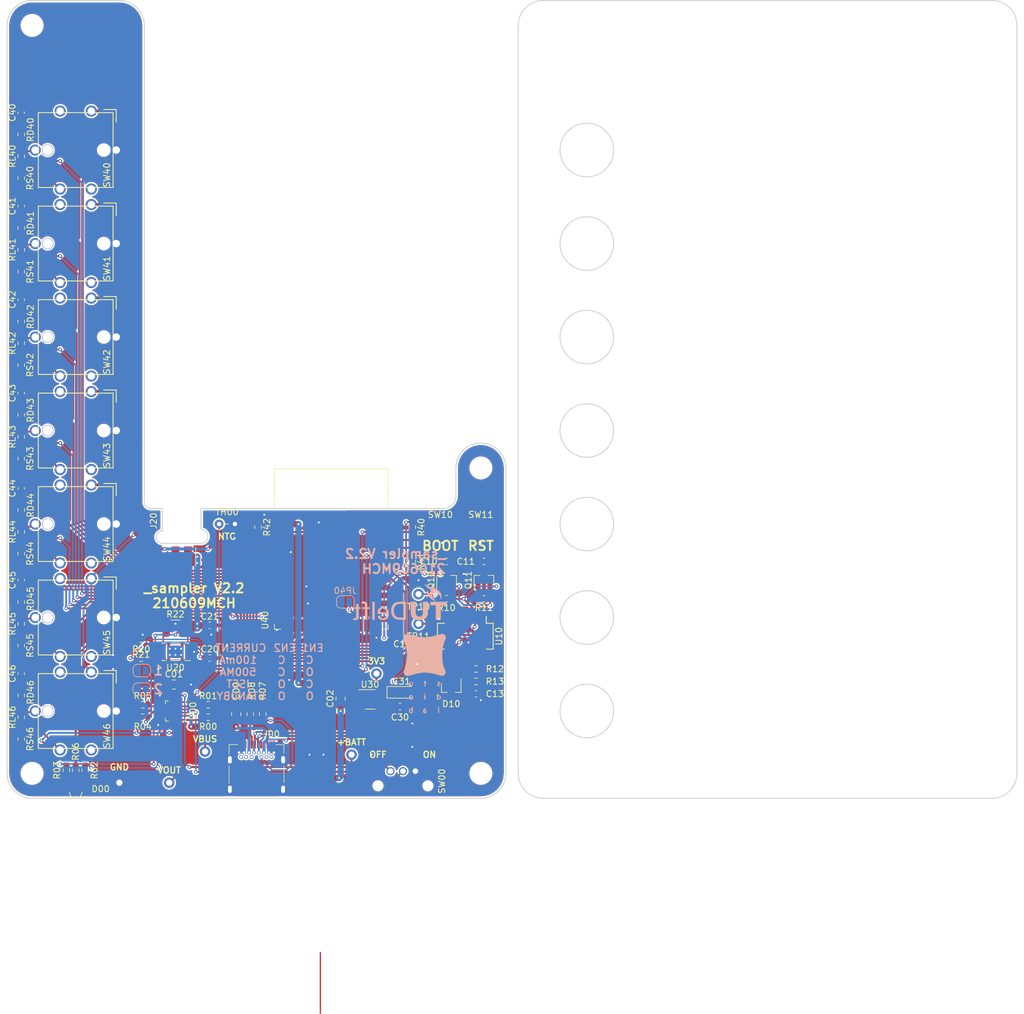
<source format=kicad_pcb>
(kicad_pcb (version 20171130) (host pcbnew "(5.1.9-0-10_14)")
  (layers (0 F.Cu signal) (31 B.Cu signal) (34 B.Paste user) (35 F.Paste user) (36 B.SilkS user) (37 F.SilkS user) (38 B.Mask user) (39 F.Mask user) (44 Edge.Cuts user))
  (net 0 "")
  (net 1 VBUS)
  (net 2 GND)
  (net 3 IO0)
  (net 4 EN)
  (net 5 +3V3)
  (net 6 +BATT)
  (net 7 SW0)
  (net 8 SW1)
  (net 9 SW2)
  (net 10 SW3)
  (net 11 SW4)
  (net 12 SW5)
  (net 13 SW6)
  (net 14 "Net-(D00-Pad1)")
  (net 15 "Net-(J00-PadA2)")
  (net 16 "Net-(J00-PadA3)")
  (net 17 "Net-(D10-Pad2)")
  (net 18 "Net-(D10-Pad1)")
  (net 19 "Net-(J00-PadA8)")
  (net 20 "Net-(J00-PadA10)")
  (net 21 "Net-(J00-PadA11)")
  (net 22 "Net-(J00-PadB8)")
  (net 23 "Net-(J00-PadB10)")
  (net 24 "Net-(J00-PadB11)")
  (net 25 "Net-(Q10-Pad1)")
  (net 26 "Net-(Q10-Pad2)")
  (net 27 "Net-(Q11-Pad2)")
  (net 28 "Net-(Q11-Pad1)")
  (net 29 LED0)
  (net 30 LED1)
  (net 31 LED2)
  (net 32 LED3)
  (net 33 LED4)
  (net 34 LED5)
  (net 35 LED6)
  (net 36 FT_RXD)
  (net 37 "Net-(U10-Pad5)")
  (net 38 "Net-(U10-Pad7)")
  (net 39 "Net-(U10-Pad8)")
  (net 40 "Net-(U10-Pad9)")
  (net 41 "Net-(U10-Pad10)")
  (net 42 "Net-(U10-Pad17)")
  (net 43 "Net-(U10-Pad18)")
  (net 44 "Net-(U10-Pad19)")
  (net 45 FT_TXD)
  (net 46 "Net-(U40-Pad4)")
  (net 47 "Net-(U40-Pad32)")
  (net 48 "Net-(U40-Pad37)")
  (net 49 VOUT)
  (net 50 +1V8)
  (net 51 "Net-(C21-Pad1)")
  (net 52 "Net-(C30-Pad1)")
  (net 53 "Net-(J00-PadA5)")
  (net 54 "Net-(J00-PadB5)")
  (net 55 "Net-(R00-Pad1)")
  (net 56 "Net-(R01-Pad1)")
  (net 57 "Net-(R02-Pad2)")
  (net 58 "Net-(R03-Pad2)")
  (net 59 EN1)
  (net 60 EN2)
  (net 61 SCL)
  (net 62 SDA)
  (net 63 "Net-(TH00-Pad1)")
  (net 64 "Net-(U00-Pad14)")
  (net 65 "Net-(SW00-Pad2)")
  (net 66 "Net-(D00-Pad3)")
  (net 67 "Net-(D00-Pad4)")
  (net 68 LED)
  (net 69 "Net-(J00-PadB2)")
  (net 70 "Net-(J00-PadB3)")
  (net 71 "Net-(JP40-Pad1)")
  (net 72 "Net-(R20-Pad2)")
  (net 73 "Net-(R21-Pad1)")
  (net 74 "Net-(RD40-Pad1)")
  (net 75 "Net-(RD41-Pad1)")
  (net 76 "Net-(RD42-Pad1)")
  (net 77 "Net-(RD43-Pad1)")
  (net 78 "Net-(RD44-Pad1)")
  (net 79 "Net-(RD45-Pad1)")
  (net 80 "Net-(RD46-Pad1)")
  (net 81 "Net-(RL40-Pad2)")
  (net 82 "Net-(RL41-Pad2)")
  (net 83 "Net-(RL42-Pad2)")
  (net 84 "Net-(RL43-Pad2)")
  (net 85 "Net-(RL44-Pad2)")
  (net 86 "Net-(RL45-Pad2)")
  (net 87 "Net-(RL46-Pad2)")
  (net 88 "Net-(SW40-Pad2)")
  (net 89 "Net-(SW40-Pad3)")
  (net 90 "Net-(SW41-Pad3)")
  (net 91 "Net-(SW41-Pad2)")
  (net 92 "Net-(SW42-Pad2)")
  (net 93 "Net-(SW42-Pad3)")
  (net 94 "Net-(SW43-Pad3)")
  (net 95 "Net-(SW43-Pad2)")
  (net 96 "Net-(SW44-Pad2)")
  (net 97 "Net-(SW44-Pad3)")
  (net 98 "Net-(SW45-Pad3)")
  (net 99 "Net-(SW45-Pad2)")
  (net 100 "Net-(SW46-Pad2)")
  (net 101 "Net-(SW46-Pad3)")
  (net 102 "Net-(U40-Pad5)")
  (net 103 "Net-(U40-Pad14)")
  (net 104 "Net-(U40-Pad17)")
  (net 105 "Net-(U40-Pad18)")
  (net 106 "Net-(U40-Pad19)")
  (net 107 "Net-(U40-Pad20)")
  (net 108 "Net-(U40-Pad21)")
  (net 109 "Net-(U40-Pad22)")
  (net 110 "Net-(C13-Pad1)")
  (net 111 3V3OUT)
  (module MountingHole:MountingHole_3.2mm_M3 (layer F.Cu) (at 184 35)
    (fp_text reference H01 hide)
    (fp_text value MountingHole)
    (pad 1 np_thru_hole circle (at 0 0) (size 3.2 3.2) (drill 3.2) (layers *.Cu *.Mask))
  )
  (module MountingHole:MountingHole_3.2mm_M3 (layer F.Cu) (at 112 35)
    (fp_text reference H01 hide)
    (fp_text value MountingHole)
    (pad 1 np_thru_hole circle (at 0 0) (size 3.2 3.2) (drill 3.2) (layers *.Cu *.Mask))
  )
  (module MountingHole:MountingHole_3.2mm_M3 (layer F.Cu) (at 184 155)
    (fp_text reference H01 hide)
    (fp_text value MountingHole)
    (pad 1 np_thru_hole circle (at 0 0) (size 3.2 3.2) (drill 3.2) (layers *.Cu *.Mask))
  )
  (module MountingHole:MountingHole_3.2mm_M3 (layer F.Cu) (at 112 155)
    (fp_text reference H01 hide)
    (fp_text value MountingHole)
    (pad 1 np_thru_hole circle (at 0 0) (size 3.2 3.2) (drill 3.2) (layers *.Cu *.Mask))
  )
  (module Package_SON:Texas_S-PDSO-N12 (layer F.Cu) (at 53 135.5 180)
    (fp_text reference U20 (at -0.000701 -2.517393) (layer F.SilkS))
    (fp_text value BQ27441-G1)
    (pad 13 smd rect (at 0 0 90) (size 1.95 2.6) (layers F.Cu F.Mask))
    (pad 13 smd rect (at -1.1 1.3125 90) (size 0.675 0.4) (layers F.Cu F.Mask))
    (pad 13 smd rect (at 1.1 1.3125 90) (size 0.675 0.4) (layers F.Cu F.Mask))
    (pad 13 smd rect (at 1.1 -1.3125 90) (size 0.675 0.4) (layers F.Cu F.Mask))
    (pad 13 smd rect (at -1.1 -1.3125 90) (size 0.675 0.4) (layers F.Cu F.Mask))
    (pad 3 smd rect (at -2.3 -0.2 180) (size 0.2 0.2) (layers F.Cu F.Paste F.Mask) (net 2 GND))
    (pad 3 smd oval (at -1.975 -0.2 180) (size 0.85 0.2) (layers F.Cu F.Paste F.Mask) (net 2 GND))
    (pad 2 smd oval (at -1.975 -0.6 180) (size 0.85 0.2) (layers F.Cu F.Paste F.Mask) (net 61 SCL))
    (pad 1 smd oval (at -1.975 -1 180) (size 0.85 0.2) (layers F.Cu F.Paste F.Mask) (net 62 SDA))
    (pad 4 smd oval (at -1.975 0.2 180) (size 0.85 0.2) (layers F.Cu F.Paste F.Mask))
    (pad 5 smd oval (at -1.975 0.6 180) (size 0.85 0.2) (layers F.Cu F.Paste F.Mask) (net 50 +1V8))
    (pad 6 smd oval (at -1.975 1 180) (size 0.85 0.2) (layers F.Cu F.Paste F.Mask) (net 51 "Net-(C21-Pad1)"))
    (pad 12 smd oval (at 1.975 -1 180) (size 0.85 0.2) (layers F.Cu F.Paste F.Mask) (net 72 "Net-(R20-Pad2)"))
    (pad 11 smd oval (at 1.975 -0.6 180) (size 0.85 0.2) (layers F.Cu F.Paste F.Mask))
    (pad 10 smd oval (at 1.975 -0.2 180) (size 0.85 0.2) (layers F.Cu F.Paste F.Mask) (net 73 "Net-(R21-Pad1)"))
    (pad 9 smd oval (at 1.975 0.2 180) (size 0.85 0.2) (layers F.Cu F.Paste F.Mask))
    (pad 8 smd oval (at 1.975 0.6 180) (size 0.85 0.2) (layers F.Cu F.Paste F.Mask) (net 51 "Net-(C21-Pad1)"))
    (pad 7 smd oval (at 1.975 1 180) (size 0.85 0.2) (layers F.Cu F.Paste F.Mask) (net 6 +BATT))
    (pad 4 smd rect (at -2.3 0.2 180) (size 0.2 0.2) (layers F.Cu F.Paste F.Mask))
    (pad 5 smd rect (at -2.3 0.6 180) (size 0.2 0.2) (layers F.Cu F.Paste F.Mask) (net 50 +1V8))
    (pad 6 smd rect (at -2.3 1 180) (size 0.2 0.2) (layers F.Cu F.Paste F.Mask) (net 51 "Net-(C21-Pad1)"))
    (pad 2 smd rect (at -2.3 -0.6 180) (size 0.2 0.2) (layers F.Cu F.Paste F.Mask) (net 61 SCL))
    (pad 1 smd rect (at -2.3 -1 180) (size 0.2 0.2) (layers F.Cu F.Paste F.Mask) (net 62 SDA))
    (pad 12 smd rect (at 2.3 -1 180) (size 0.2 0.2) (layers F.Cu F.Paste F.Mask) (net 72 "Net-(R20-Pad2)"))
    (pad 11 smd rect (at 2.3 -0.6 180) (size 0.2 0.2) (layers F.Cu F.Paste F.Mask))
    (pad 10 smd rect (at 2.3 -0.2 180) (size 0.2 0.2) (layers F.Cu F.Paste F.Mask) (net 73 "Net-(R21-Pad1)"))
    (pad 9 smd rect (at 2.3 0.2 180) (size 0.2 0.2) (layers F.Cu F.Paste F.Mask))
    (pad 8 smd rect (at 2.3 0.6 180) (size 0.2 0.2) (layers F.Cu F.Paste F.Mask) (net 51 "Net-(C21-Pad1)"))
    (pad 7 smd rect (at 2.3 1 180) (size 0.2 0.2) (layers F.Cu F.Paste F.Mask) (net 6 +BATT))
    (pad 13 thru_hole circle (at -0.9 0.5 180) (size 0.6 0.6) (drill 0.3) (layers *.Cu))
    (pad 13 thru_hole circle (at 0.9 0.5 180) (size 0.6 0.6) (drill 0.3) (layers *.Cu))
    (pad 13 thru_hole circle (at 0.9 -0.5 180) (size 0.6 0.6) (drill 0.3) (layers *.Cu))
    (pad 13 thru_hole circle (at -0.9 -0.5 180) (size 0.6 0.6) (drill 0.3) (layers *.Cu))
    (pad 13 thru_hole circle (at 0 -0.5 180) (size 0.6 0.6) (drill 0.3) (layers *.Cu))
    (pad 13 thru_hole circle (at 0 0.5 180) (size 0.6 0.6) (drill 0.3) (layers *.Cu))
    (pad 13 smd rect (at 0 0 90) (size 1.95 2.6) (layers B.Cu F.Mask))
    (pad 13 smd rect (at 0.65 -0.4875 270) (size 0.975 1.3) (layers F.Cu F.Paste))
    (pad 13 smd rect (at -0.65 -0.4875 270) (size 0.975 1.3) (layers F.Cu F.Paste))
    (pad 13 smd rect (at -0.65 0.4875 270) (size 0.975 1.3) (layers F.Cu F.Paste))
    (pad 13 smd rect (at 0.65 0.4875 270) (size 0.975 1.3) (layers F.Cu F.Paste))
    (pad 13 smd rect (at 1.1 1.365 90) (size 0.575 0.4) (layers F.Cu F.Paste F.Mask))
    (pad 13 smd rect (at 1.1 -1.365 90) (size 0.575 0.4) (layers F.Cu F.Paste F.Mask))
    (pad 13 smd rect (at -1.1 -1.365 90) (size 0.575 0.4) (layers F.Cu F.Paste F.Mask))
    (pad 13 smd rect (at -1.1 1.365 90) (size 0.575 0.4) (layers F.Cu F.Paste F.Mask))
  )
  (module _switch:DT-SC12P-BQR (layer F.Cu) (at 89.5 157)
    (fp_text reference SW00 (at 6.25 -0.75 90) (layer F.SilkS))
    (fp_text value SWITCH_SPDT)
    (pad "" np_thru_hole circle (at -4 0) (size 1.3 1.3) (drill 1.3) (layers *.Cu *.Mask))
    (pad 1 thru_hole circle (at -2 -2.35) (size 1.3 1.3) (drill 0.9) (layers *.Cu *.Mask) (net 6 +BATT))
    (pad 2 thru_hole circle (at 0 -2.35) (size 1.3 1.3) (drill 0.9) (layers *.Cu *.Mask) (net 65 "Net-(SW00-Pad2)"))
    (pad 3 thru_hole circle (at 2 -2.35) (size 1.3 1.3) (drill 0.9) (layers *.Cu *.Mask) (net 2 GND))
    (pad "" np_thru_hole circle (at 4 0) (size 1.3 1.3) (drill 1.3) (layers *.Cu *.Mask))
  )
  (module _switch:SW_SPST_4x3 (layer F.Cu) (at 95.5 115.5)
    (fp_text reference SW10 (at 0 -2) (layer F.SilkS))
    (fp_text value NO)
    (pad 2 smd rect (at 2.2 0) (size 1.5 2) (layers F.Cu F.Paste F.Mask) (net 3 IO0))
    (pad 1 smd rect (at -2.2 0) (size 1.5 2) (layers F.Cu F.Paste F.Mask) (net 2 GND))
  )
  (module _switch:SW_SPST_4x3 (layer F.Cu) (at 102 115.5)
    (fp_text reference SW11 (at 0 -2) (layer F.SilkS))
    (fp_text value NO)
    (pad 2 smd rect (at 2.2 0) (size 1.5 2) (layers F.Cu F.Paste F.Mask) (net 4 EN))
    (pad 1 smd rect (at -2.2 0) (size 1.5 2) (layers F.Cu F.Paste F.Mask) (net 2 GND))
  )
  (module Capacitor_SMD:C_0603_1608Metric (layer F.Cu) (at 89.025 144.275)
    (fp_text reference C30 (at 0 1.725) (layer F.SilkS))
    (fp_text value 470pF)
    (pad 2 smd roundrect (at 0.775 0) (size 0.9 0.95) (layers F.Cu F.Paste F.Mask) (net 2 GND))
    (pad 1 smd roundrect (at -0.775 0) (size 0.9 0.95) (layers F.Cu F.Paste F.Mask) (net 52 "Net-(C30-Pad1)"))
  )
  (module RF_Module:ESP32-WROOM-32 (layer F.Cu) (at 78 122)
    (fp_text reference U40 (at -10.61 8.43 90) (layer F.SilkS))
    (fp_text value ESP32-WROOM)
    (pad 39 smd rect (at -1 -0.755) (size 5 5) (layers F.Cu F.Paste F.Mask) (net 2 GND))
    (pad 1 smd rect (at -8.5 -8.255) (size 2 0.9) (layers F.Cu F.Paste F.Mask) (net 2 GND))
    (pad 2 smd rect (at -8.5 -6.985) (size 2 0.9) (layers F.Cu F.Paste F.Mask) (net 5 +3V3))
    (pad 3 smd rect (at -8.5 -5.715) (size 2 0.9) (layers F.Cu F.Paste F.Mask) (net 4 EN))
    (pad 4 smd rect (at -8.5 -4.445) (size 2 0.9) (layers F.Cu F.Paste F.Mask) (net 46 "Net-(U40-Pad4)"))
    (pad 5 smd rect (at -8.5 -3.175) (size 2 0.9) (layers F.Cu F.Paste F.Mask) (net 102 "Net-(U40-Pad5)"))
    (pad 6 smd rect (at -8.5 -1.905) (size 2 0.9) (layers F.Cu F.Paste F.Mask) (net 7 SW0))
    (pad 7 smd rect (at -8.5 -0.635) (size 2 0.9) (layers F.Cu F.Paste F.Mask) (net 8 SW1))
    (pad 8 smd rect (at -8.5 0.635) (size 2 0.9) (layers F.Cu F.Paste F.Mask) (net 9 SW2))
    (pad 9 smd rect (at -8.5 1.905) (size 2 0.9) (layers F.Cu F.Paste F.Mask) (net 10 SW3))
    (pad 10 smd rect (at -8.5 3.175) (size 2 0.9) (layers F.Cu F.Paste F.Mask) (net 11 SW4))
    (pad 11 smd rect (at -8.5 4.445) (size 2 0.9) (layers F.Cu F.Paste F.Mask) (net 12 SW5))
    (pad 12 smd rect (at -8.5 5.715) (size 2 0.9) (layers F.Cu F.Paste F.Mask) (net 13 SW6))
    (pad 13 smd rect (at -8.5 6.985) (size 2 0.9) (layers F.Cu F.Paste F.Mask) (net 68 LED))
    (pad 14 smd rect (at -8.5 8.255) (size 2 0.9) (layers F.Cu F.Paste F.Mask) (net 103 "Net-(U40-Pad14)"))
    (pad 15 smd rect (at -5.715 9.255 90) (size 2 0.9) (layers F.Cu F.Paste F.Mask) (net 2 GND))
    (pad 16 smd rect (at -4.445 9.255 90) (size 2 0.9) (layers F.Cu F.Paste F.Mask) (net 29 LED0))
    (pad 17 smd rect (at -3.175 9.255 90) (size 2 0.9) (layers F.Cu F.Paste F.Mask) (net 104 "Net-(U40-Pad17)"))
    (pad 18 smd rect (at -1.905 9.255 90) (size 2 0.9) (layers F.Cu F.Paste F.Mask) (net 105 "Net-(U40-Pad18)"))
    (pad 19 smd rect (at -0.635 9.255 90) (size 2 0.9) (layers F.Cu F.Paste F.Mask) (net 106 "Net-(U40-Pad19)"))
    (pad 20 smd rect (at 0.635 9.255 90) (size 2 0.9) (layers F.Cu F.Paste F.Mask) (net 107 "Net-(U40-Pad20)"))
    (pad 21 smd rect (at 1.905 9.255 90) (size 2 0.9) (layers F.Cu F.Paste F.Mask) (net 108 "Net-(U40-Pad21)"))
    (pad 22 smd rect (at 3.175 9.255 90) (size 2 0.9) (layers F.Cu F.Paste F.Mask) (net 109 "Net-(U40-Pad22)"))
    (pad 23 smd rect (at 4.445 9.255 90) (size 2 0.9) (layers F.Cu F.Paste F.Mask) (net 71 "Net-(JP40-Pad1)"))
    (pad 24 smd rect (at 5.715 9.255 90) (size 2 0.9) (layers F.Cu F.Paste F.Mask) (net 2 GND))
    (pad 25 smd rect (at 8.5 8.255) (size 2 0.9) (layers F.Cu F.Paste F.Mask) (net 3 IO0))
    (pad 26 smd rect (at 8.5 6.985) (size 2 0.9) (layers F.Cu F.Paste F.Mask) (net 30 LED1))
    (pad 27 smd rect (at 8.5 5.715) (size 2 0.9) (layers F.Cu F.Paste F.Mask) (net 31 LED2))
    (pad 28 smd rect (at 8.5 4.445) (size 2 0.9) (layers F.Cu F.Paste F.Mask) (net 32 LED3))
    (pad 29 smd rect (at 8.5 3.175) (size 2 0.9) (layers F.Cu F.Paste F.Mask) (net 33 LED4))
    (pad 30 smd rect (at 8.5 1.905) (size 2 0.9) (layers F.Cu F.Paste F.Mask) (net 34 LED5))
    (pad 31 smd rect (at 8.5 0.635) (size 2 0.9) (layers F.Cu F.Paste F.Mask) (net 35 LED6))
    (pad 32 smd rect (at 8.5 -0.635) (size 2 0.9) (layers F.Cu F.Paste F.Mask) (net 47 "Net-(U40-Pad32)"))
    (pad 33 smd rect (at 8.5 -1.905) (size 2 0.9) (layers F.Cu F.Paste F.Mask) (net 62 SDA))
    (pad 34 smd rect (at 8.5 -3.175) (size 2 0.9) (layers F.Cu F.Paste F.Mask) (net 45 FT_TXD))
    (pad 35 smd rect (at 8.5 -4.445) (size 2 0.9) (layers F.Cu F.Paste F.Mask) (net 36 FT_RXD))
    (pad 36 smd rect (at 8.5 -5.715) (size 2 0.9) (layers F.Cu F.Paste F.Mask) (net 61 SCL))
    (pad 37 smd rect (at 8.5 -6.985) (size 2 0.9) (layers F.Cu F.Paste F.Mask) (net 48 "Net-(U40-Pad37)"))
    (pad 38 smd rect (at 8.5 -8.255) (size 2 0.9) (layers F.Cu F.Paste F.Mask) (net 2 GND))
  )
  (module Capacitor_SMD:C_0603_1608Metric (layer F.Cu) (at 96.5 121 180)
    (fp_text reference C10 (at 2.9 0 180) (layer F.SilkS))
    (fp_text value 100nF)
    (pad 2 smd roundrect (at 0.7875 0 180) (size 0.875 0.95) (layers F.Cu F.Paste F.Mask) (net 2 GND))
    (pad 1 smd roundrect (at -0.7875 0 180) (size 0.875 0.95) (layers F.Cu F.Paste F.Mask) (net 3 IO0))
  )
  (module Capacitor_SMD:C_0603_1608Metric (layer F.Cu) (at 102.5 121 180)
    (fp_text reference C11 (at 2.92 -0.01 180) (layer F.SilkS))
    (fp_text value 100nF)
    (pad 1 smd roundrect (at -0.7875 0 180) (size 0.875 0.95) (layers F.Cu F.Paste F.Mask) (net 4 EN))
    (pad 2 smd roundrect (at 0.7875 0 180) (size 0.875 0.95) (layers F.Cu F.Paste F.Mask) (net 2 GND))
  )
  (module Capacitor_SMD:C_0603_1608Metric (layer F.Cu) (at 92.5 134.25 180)
    (fp_text reference C12 (at 3.1 0 180) (layer F.SilkS))
    (fp_text value 100nF)
    (pad 1 smd roundrect (at -0.7875 0 180) (size 0.875 0.95) (layers F.Cu F.Paste F.Mask) (net 111 3V3OUT))
    (pad 2 smd roundrect (at 0.7875 0 180) (size 0.875 0.95) (layers F.Cu F.Paste F.Mask) (net 2 GND))
  )
  (module Package_TO_SOT_SMD:SOT-23 (layer F.Cu) (at 96.5 124 90)
    (fp_text reference Q10 (at 0 -2.5 90) (layer F.SilkS))
    (fp_text value MMBT3904)
    (pad 1 smd rect (at -1 -0.95 90) (size 0.9 0.8) (layers F.Cu F.Paste F.Mask) (net 25 "Net-(Q10-Pad1)"))
    (pad 2 smd rect (at -1 0.95 90) (size 0.9 0.8) (layers F.Cu F.Paste F.Mask) (net 26 "Net-(Q10-Pad2)"))
    (pad 3 smd rect (at 1 0 90) (size 0.9 0.8) (layers F.Cu F.Paste F.Mask) (net 3 IO0))
  )
  (module Package_TO_SOT_SMD:SOT-23 (layer F.Cu) (at 102.5 124 90)
    (fp_text reference Q11 (at 0 -2.5 90) (layer F.SilkS))
    (fp_text value MMBT3904)
    (pad 3 smd rect (at 1 0 90) (size 0.9 0.8) (layers F.Cu F.Paste F.Mask) (net 4 EN))
    (pad 2 smd rect (at -1 0.95 90) (size 0.9 0.8) (layers F.Cu F.Paste F.Mask) (net 27 "Net-(Q11-Pad2)"))
    (pad 1 smd rect (at -1 -0.95 90) (size 0.9 0.8) (layers F.Cu F.Paste F.Mask) (net 28 "Net-(Q11-Pad1)"))
  )
  (module Resistor_SMD:R_0603_1608Metric (layer F.Cu) (at 96.5 127 180)
    (fp_text reference R10 (at 0 -1.43 180) (layer F.SilkS))
    (fp_text value 10K)
    (pad 1 smd roundrect (at -0.7875 0 180) (size 0.875 0.95) (layers F.Cu F.Paste F.Mask) (net 27 "Net-(Q11-Pad2)"))
    (pad 2 smd roundrect (at 0.7875 0 180) (size 0.875 0.95) (layers F.Cu F.Paste F.Mask) (net 25 "Net-(Q10-Pad1)"))
  )
  (module Resistor_SMD:R_0603_1608Metric (layer F.Cu) (at 102.5 127 180)
    (fp_text reference R11 (at 0 -1.43 180) (layer F.SilkS))
    (fp_text value 10K)
    (pad 2 smd roundrect (at 0.7875 0 180) (size 0.875 0.95) (layers F.Cu F.Paste F.Mask) (net 28 "Net-(Q11-Pad1)"))
    (pad 1 smd roundrect (at -0.7875 0 180) (size 0.875 0.95) (layers F.Cu F.Paste F.Mask) (net 26 "Net-(Q10-Pad2)"))
  )
  (module Package_SO:SSOP-20_3.9x8.7mm_P0.635mm (layer F.Cu) (at 99.5 133 270)
    (fp_text reference U10 (at 0 -5.4 270) (layer F.SilkS))
    (fp_text value FT231XS)
    (pad 1 smd rect (at -2.6 -2.8575 270) (size 1.2 0.4) (layers F.Cu F.Paste F.Mask) (net 26 "Net-(Q10-Pad2)"))
    (pad 2 smd rect (at -2.6 -2.2225 270) (size 1.2 0.4) (layers F.Cu F.Paste F.Mask) (net 27 "Net-(Q11-Pad2)"))
    (pad 3 smd rect (at -2.6 -1.5875 270) (size 1.2 0.4) (layers F.Cu F.Paste F.Mask) (net 111 3V3OUT))
    (pad 4 smd rect (at -2.6 -0.9525 270) (size 1.2 0.4) (layers F.Cu F.Paste F.Mask) (net 36 FT_RXD))
    (pad 5 smd rect (at -2.6 -0.3175 270) (size 1.2 0.4) (layers F.Cu F.Paste F.Mask) (net 37 "Net-(U10-Pad5)"))
    (pad 6 smd rect (at -2.6 0.3175 270) (size 1.2 0.4) (layers F.Cu F.Paste F.Mask) (net 2 GND))
    (pad 7 smd rect (at -2.6 0.9525 270) (size 1.2 0.4) (layers F.Cu F.Paste F.Mask) (net 38 "Net-(U10-Pad7)"))
    (pad 8 smd rect (at -2.6 1.5875 270) (size 1.2 0.4) (layers F.Cu F.Paste F.Mask) (net 39 "Net-(U10-Pad8)"))
    (pad 9 smd rect (at -2.6 2.2225 270) (size 1.2 0.4) (layers F.Cu F.Paste F.Mask) (net 40 "Net-(U10-Pad9)"))
    (pad 10 smd rect (at -2.6 2.8575 270) (size 1.2 0.4) (layers F.Cu F.Paste F.Mask) (net 41 "Net-(U10-Pad10)"))
    (pad 11 smd rect (at 2.6 2.8575 270) (size 1.2 0.4) (layers F.Cu F.Paste F.Mask) (net 17 "Net-(D10-Pad2)"))
    (pad 12 smd rect (at 2.6 2.2225 270) (size 1.2 0.4) (layers F.Cu F.Paste F.Mask) (net 18 "Net-(D10-Pad1)"))
    (pad 13 smd rect (at 2.6 1.5875 270) (size 1.2 0.4) (layers F.Cu F.Paste F.Mask) (net 111 3V3OUT))
    (pad 14 smd rect (at 2.6 0.9525 270) (size 1.2 0.4) (layers F.Cu F.Paste F.Mask) (net 110 "Net-(C13-Pad1)"))
    (pad 15 smd rect (at 2.6 0.3175 270) (size 1.2 0.4) (layers F.Cu F.Paste F.Mask) (net 1 VBUS))
    (pad 16 smd rect (at 2.6 -0.3175 270) (size 1.2 0.4) (layers F.Cu F.Paste F.Mask) (net 2 GND))
    (pad 17 smd rect (at 2.6 -0.9525 270) (size 1.2 0.4) (layers F.Cu F.Paste F.Mask) (net 42 "Net-(U10-Pad17)"))
    (pad 18 smd rect (at 2.6 -1.5875 270) (size 1.2 0.4) (layers F.Cu F.Paste F.Mask) (net 43 "Net-(U10-Pad18)"))
    (pad 19 smd rect (at 2.6 -2.2225 270) (size 1.2 0.4) (layers F.Cu F.Paste F.Mask) (net 44 "Net-(U10-Pad19)"))
    (pad 20 smd rect (at 2.6 -2.8575 270) (size 1.2 0.4) (layers F.Cu F.Paste F.Mask) (net 45 FT_TXD))
  )
  (module MountingHole:MountingHole_3.2mm_M3 (layer F.Cu) (at 30 35)
    (fp_text reference H00 hide)
    (fp_text value MountingHole)
    (pad 1 np_thru_hole circle (at 0 0) (size 3.2 3.2) (drill 3.2) (layers *.Cu *.Mask))
  )
  (module MountingHole:MountingHole_3.2mm_M3 (layer F.Cu) (at 102 155)
    (fp_text reference H01 hide)
    (fp_text value MountingHole)
    (pad 1 np_thru_hole circle (at 0 0) (size 3.2 3.2) (drill 3.2) (layers *.Cu *.Mask))
  )
  (module MountingHole:MountingHole_3.2mm_M3 (layer F.Cu) (at 30 155)
    (fp_text reference H02 hide)
    (fp_text value MountingHole)
    (pad 1 np_thru_hole circle (at 0 0) (size 3.2 3.2) (drill 3.2) (layers *.Cu *.Mask))
  )
  (module MountingHole:MountingHole_3.2mm_M3 (layer F.Cu) (at 102 106)
    (fp_text reference H03 hide)
    (fp_text value MountingHole)
    (pad 1 np_thru_hole circle (at 0 0) (size 3.2 3.2) (drill 3.2) (layers *.Cu *.Mask))
  )
  (module Package_TO_SOT_SMD:SOT-23 (layer F.Cu) (at 97.25 141.25 270)
    (fp_text reference D10 (at 2.6 0) (layer F.SilkS))
    (fp_text value SM05.TCT)
    (pad 1 smd rect (at -1 -0.95 270) (size 0.9 0.8) (layers F.Cu F.Paste F.Mask) (net 18 "Net-(D10-Pad1)"))
    (pad 2 smd rect (at -1 0.95 270) (size 0.9 0.8) (layers F.Cu F.Paste F.Mask) (net 17 "Net-(D10-Pad2)"))
    (pad 3 smd rect (at 1 0 270) (size 0.9 0.8) (layers F.Cu F.Paste F.Mask) (net 2 GND))
  )
  (module _connectors:TEST_PAD_HOLE_1mm (layer F.Cu) (at 44 156.5)
    (fp_text reference TP03 hide)
    (fp_text value GND)
    (pad 1 thru_hole circle (at 0 0) (size 1.7 1.7) (drill 1) (layers *.Cu *.Mask) (net 2 GND))
  )
  (module _logo:TUDelft_15x5.9 (layer B.Cu) (at 89 127.5 180)
    (fp_text reference G*** hide)
    (fp_text value LOGO hide)
  )
  (module _logo:idStudiolab_6.9x13 (layer B.Cu) (at 93 139 180)
    (fp_text reference G*** hide)
    (fp_text value LOGO hide)
  )
  (module Capacitor_SMD:C_0805_2012Metric (layer F.Cu) (at 62.75 145.5 90)
    (fp_text reference C00 (at 3.75 0 90) (layer F.SilkS))
    (fp_text value 10uF)
    (pad 1 smd roundrect (at -0.95 0 90) (size 1 1.45) (layers F.Cu F.Paste F.Mask) (net 1 VBUS))
    (pad 2 smd roundrect (at 0.95 0 90) (size 1 1.45) (layers F.Cu F.Paste F.Mask) (net 2 GND))
  )
  (module Capacitor_SMD:C_0805_2012Metric (layer F.Cu) (at 52.75 140.75)
    (fp_text reference C01 (at 0 -1.68) (layer F.SilkS))
    (fp_text value 10uF)
    (pad 2 smd roundrect (at 0.95 0) (size 1 1.45) (layers F.Cu F.Paste F.Mask) (net 2 GND))
    (pad 1 smd roundrect (at -0.95 0) (size 1 1.45) (layers F.Cu F.Paste F.Mask) (net 6 +BATT))
  )
  (module Capacitor_SMD:C_0805_2012Metric (layer F.Cu) (at 79.5 143 90)
    (fp_text reference C02 (at 0 -1.68 90) (layer F.SilkS))
    (fp_text value 10uF)
    (pad 2 smd roundrect (at 0.95 0 90) (size 1 1.45) (layers F.Cu F.Paste F.Mask) (net 2 GND))
    (pad 1 smd roundrect (at -0.95 0 90) (size 1 1.45) (layers F.Cu F.Paste F.Mask) (net 49 VOUT))
  )
  (module Resistor_SMD:R_0603_1608Metric (layer F.Cu) (at 58.25 146)
    (fp_text reference R00 (at 0 1.5) (layer F.SilkS))
    (fp_text value 1K1)
    (pad 1 smd roundrect (at -0.825 0) (size 0.8 0.95) (layers F.Cu F.Paste F.Mask) (net 55 "Net-(R00-Pad1)"))
    (pad 2 smd roundrect (at 0.825 0) (size 0.8 0.95) (layers F.Cu F.Paste F.Mask) (net 2 GND))
  )
  (module Resistor_SMD:R_0603_1608Metric (layer F.Cu) (at 58.25 144)
    (fp_text reference R01 (at 0 -1.43) (layer F.SilkS))
    (fp_text value 590R)
    (pad 2 smd roundrect (at 0.825 0) (size 0.8 0.95) (layers F.Cu F.Paste F.Mask) (net 2 GND))
    (pad 1 smd roundrect (at -0.825 0) (size 0.8 0.95) (layers F.Cu F.Paste F.Mask) (net 56 "Net-(R01-Pad1)"))
  )
  (module Resistor_SMD:R_0603_1608Metric (layer F.Cu) (at 47.75 146)
    (fp_text reference R04 (at 0 1.5) (layer F.SilkS))
    (fp_text value 10K)
    (pad 1 smd roundrect (at -0.825 0) (size 0.8 0.95) (layers F.Cu F.Paste F.Mask) (net 49 VOUT))
    (pad 2 smd roundrect (at 0.825 0) (size 0.8 0.95) (layers F.Cu F.Paste F.Mask) (net 59 EN1))
  )
  (module Resistor_SMD:R_0603_1608Metric (layer F.Cu) (at 47.75 144)
    (fp_text reference R05 (at 0 -1.43) (layer F.SilkS))
    (fp_text value 10K)
    (pad 2 smd roundrect (at 0.825 0) (size 0.8 0.95) (layers F.Cu F.Paste F.Mask) (net 60 EN2))
    (pad 1 smd roundrect (at -0.825 0) (size 0.8 0.95) (layers F.Cu F.Paste F.Mask) (net 49 VOUT))
  )
  (module Resistor_THT:R_Axial_DIN0204_L3.6mm_D1.6mm_P2.54mm_Vertical (layer F.Cu) (at 60 115)
    (fp_text reference TH00 (at 1.27 -1.92) (layer F.SilkS))
    (fp_text value 10K)
    (pad 1 thru_hole circle (at 0 0) (size 1.4 1.4) (drill 0.7) (layers *.Cu *.Mask) (net 63 "Net-(TH00-Pad1)"))
    (pad 2 thru_hole oval (at 2.54 0) (size 1.4 1.4) (drill 0.7) (layers *.Cu *.Mask) (net 2 GND))
  )
  (module Package_DFN_QFN:VQFN-16-1EP_3x3mm_P0.5mm_EP1.6x1.6mm (layer F.Cu) (at 53 145 270)
    (fp_text reference U00 (at 0 -2.82 90) (layer F.SilkS))
    (fp_text value BQ24075RGT)
    (pad 1 smd roundrect (at -1.4375 -0.75 270) (size 0.875 0.25) (layers F.Cu F.Paste F.Mask) (net 63 "Net-(TH00-Pad1)"))
    (pad 2 smd roundrect (at -1.4375 -0.25 270) (size 0.875 0.25) (layers F.Cu F.Paste F.Mask) (net 6 +BATT))
    (pad 3 smd roundrect (at -1.4375 0.25 270) (size 0.875 0.25) (layers F.Cu F.Paste F.Mask) (net 6 +BATT))
    (pad 4 smd roundrect (at -1.4375 0.75 270) (size 0.875 0.25) (layers F.Cu F.Paste F.Mask) (net 2 GND))
    (pad 5 smd roundrect (at -0.75 1.4375 270) (size 0.25 0.875) (layers F.Cu F.Paste F.Mask) (net 60 EN2))
    (pad 6 smd roundrect (at -0.25 1.4375 270) (size 0.25 0.875) (layers F.Cu F.Paste F.Mask) (net 59 EN1))
    (pad 7 smd roundrect (at 0.25 1.4375 270) (size 0.25 0.875) (layers F.Cu F.Paste F.Mask) (net 58 "Net-(R03-Pad2)"))
    (pad 8 smd roundrect (at 0.75 1.4375 270) (size 0.25 0.875) (layers F.Cu F.Paste F.Mask) (net 2 GND))
    (pad 9 smd roundrect (at 1.4375 0.75 270) (size 0.875 0.25) (layers F.Cu F.Paste F.Mask) (net 57 "Net-(R02-Pad2)"))
    (pad 10 smd roundrect (at 1.4375 0.25 270) (size 0.875 0.25) (layers F.Cu F.Paste F.Mask) (net 49 VOUT))
    (pad 11 smd roundrect (at 1.4375 -0.25 270) (size 0.875 0.25) (layers F.Cu F.Paste F.Mask) (net 49 VOUT))
    (pad 12 smd roundrect (at 1.4375 -0.75 270) (size 0.875 0.25) (layers F.Cu F.Paste F.Mask) (net 55 "Net-(R00-Pad1)"))
    (pad 13 smd roundrect (at 0.75 -1.4375 270) (size 0.25 0.875) (layers F.Cu F.Paste F.Mask) (net 1 VBUS))
    (pad 14 smd roundrect (at 0.25 -1.4375 270) (size 0.25 0.875) (layers F.Cu F.Paste F.Mask) (net 64 "Net-(U00-Pad14)"))
    (pad 15 smd roundrect (at -0.25 -1.4375 270) (size 0.25 0.875) (layers F.Cu F.Paste F.Mask) (net 65 "Net-(SW00-Pad2)"))
    (pad 16 smd roundrect (at -0.75 -1.4375 270) (size 0.25 0.875) (layers F.Cu F.Paste F.Mask) (net 56 "Net-(R01-Pad1)"))
    (pad 17 smd rect (at 0 0 270) (size 1.6 1.6) (layers F.Cu F.Mask) (net 2 GND))
  )
  (module Package_TO_SOT_SMD:SOT-23-5 (layer F.Cu) (at 84.225001 143.135001)
    (fp_text reference U30 (at 0 -2.4) (layer F.SilkS))
    (fp_text value MIC5219-3.3YM5)
    (pad 1 smd roundrect (at -1.1375 -0.95) (size 1.325 0.6) (layers F.Cu F.Paste F.Mask) (net 49 VOUT))
    (pad 2 smd roundrect (at -1.1375 0) (size 1.325 0.6) (layers F.Cu F.Paste F.Mask) (net 2 GND))
    (pad 3 smd roundrect (at -1.1375 0.95) (size 1.325 0.6) (layers F.Cu F.Paste F.Mask) (net 49 VOUT))
    (pad 4 smd roundrect (at 1.1375 0.95) (size 1.325 0.6) (layers F.Cu F.Paste F.Mask) (net 52 "Net-(C30-Pad1)"))
    (pad 5 smd roundrect (at 1.1375 -0.95) (size 1.325 0.6) (layers F.Cu F.Paste F.Mask) (net 5 +3V3))
  )
  (module Capacitor_Tantalum_SMD:CP_EIA-3216-10_Kemet-I (layer F.Cu) (at 89.25 142)
    (fp_text reference C31 (at 0 -1.75) (layer F.SilkS))
    (fp_text value 2.2uF)
    (pad 1 smd roundrect (at -1.35 0) (size 1.4 1.35) (layers F.Cu F.Paste F.Mask) (roundrect_rratio 0.1851844444444445) (net 5 +3V3))
    (pad 2 smd roundrect (at 1.35 0) (size 1.4 1.35) (layers F.Cu F.Paste F.Mask) (roundrect_rratio 0.1851844444444445) (net 2 GND))
  )
  (module Jumper:SolderJumper-2_P1.3mm_Open_RoundedPad1.0x1.5mm (layer B.Cu) (at 47.6 138.5 180)
    (fp_text reference JP00 hide)
    (fp_text value SolderJumper_2_Open)
    (pad 2 smd custom (at 0.65 0 180) (size 1 0.5) (layers B.Cu B.Mask) (net 2 GND) (options (clearance outline) (anchor rect)) (primitives (gr_circle (center 0 -0.25) (end 0.5 -0.25) (width 0)) (gr_circle (center 0 0.25) (end 0.5 0.25) (width 0)) (gr_poly (pts (xy 0 0.75) (xy -0.5 0.75) (xy -0.5 -0.75) (xy 0 -0.75)) (width 0))))
    (pad 1 smd custom (at -0.65 0 180) (size 1 0.5) (layers B.Cu B.Mask) (net 59 EN1) (options (clearance outline) (anchor rect)) (primitives (gr_circle (center 0 -0.25) (end 0.5 -0.25) (width 0)) (gr_circle (center 0 0.25) (end 0.5 0.25) (width 0)) (gr_poly (pts (xy 0 0.75) (xy 0.5 0.75) (xy 0.5 -0.75) (xy 0 -0.75)) (width 0))))
  )
  (module Jumper:SolderJumper-2_P1.3mm_Open_RoundedPad1.0x1.5mm (layer B.Cu) (at 47.6 141.5 180)
    (fp_text reference JP01 hide)
    (fp_text value SolderJumper_2_Open)
    (pad 1 smd custom (at -0.65 0 180) (size 1 0.5) (layers B.Cu B.Mask) (net 60 EN2) (options (clearance outline) (anchor rect)) (primitives (gr_circle (center 0 -0.25) (end 0.5 -0.25) (width 0)) (gr_circle (center 0 0.25) (end 0.5 0.25) (width 0)) (gr_poly (pts (xy 0 0.75) (xy 0.5 0.75) (xy 0.5 -0.75) (xy 0 -0.75)) (width 0))))
    (pad 2 smd custom (at 0.65 0 180) (size 1 0.5) (layers B.Cu B.Mask) (net 2 GND) (options (clearance outline) (anchor rect)) (primitives (gr_circle (center 0 -0.25) (end 0.5 -0.25) (width 0)) (gr_circle (center 0 0.25) (end 0.5 0.25) (width 0)) (gr_poly (pts (xy 0 0.75) (xy -0.5 0.75) (xy -0.5 -0.75) (xy 0 -0.75)) (width 0))))
  )
  (module _connectors:TEST_PAD_HOLE_1mm (layer F.Cu) (at 57.75 151.5)
    (fp_text reference TP00 hide)
    (fp_text value VBUS)
    (pad 1 thru_hole circle (at 0 0) (size 1.7 1.7) (drill 1) (layers *.Cu *.Mask) (net 1 VBUS))
  )
  (module _connectors:TEST_PAD_HOLE_1mm (layer F.Cu) (at 52 156.5)
    (fp_text reference TP01 hide)
    (fp_text value VOUT)
    (pad 1 thru_hole circle (at 0 0) (size 1.7 1.7) (drill 1) (layers *.Cu *.Mask) (net 49 VOUT))
  )
  (module _connectors:TEST_PAD_HOLE_1mm (layer F.Cu) (at 81.25 152)
    (fp_text reference TP20 hide)
    (fp_text value VBAT)
    (pad 1 thru_hole circle (at 0 0) (size 1.7 1.7) (drill 1) (layers *.Cu *.Mask) (net 6 +BATT))
  )
  (module _connectors:TEST_PAD_HOLE_1mm (layer F.Cu) (at 85.25 139)
    (fp_text reference TP30 hide)
    (fp_text value 3V3)
    (pad 1 thru_hole circle (at 0 0) (size 1.7 1.7) (drill 1) (layers *.Cu *.Mask) (net 5 +3V3))
  )
  (module _connectors:JST_B2B-PH-K-S_SUNK (layer F.Cu) (at 54 118)
    (fp_text reference J20 (at -4.5 -3.5 90) (layer F.SilkS))
    (fp_text value BATT1)
    (pad 1 smd rect (at 1 2.25) (size 1.25 3.3) (layers F.Cu F.Paste F.Mask) (net 51 "Net-(C21-Pad1)"))
    (pad 2 smd rect (at -1 2.25) (size 1.25 3.3) (layers F.Cu F.Paste F.Mask) (net 2 GND))
  )
  (module _led:SMD_RGB_SIDE-APFA3010LSEEZGKQBKC (layer F.Cu) (at 37 157.5 180)
    (fp_text reference D00 (at -4 0) (layer F.SilkS))
    (fp_text value LED_RAGB)
    (pad 1 smd rect (at -1.5 0 270) (size 0.9 1) (layers F.Cu F.Paste F.Mask) (net 14 "Net-(D00-Pad1)"))
    (pad 2 smd rect (at 1.5 0 270) (size 0.9 1) (layers F.Cu F.Paste F.Mask) (net 49 VOUT))
    (pad 3 smd rect (at 0.45 0.45) (size 0.4 0.8) (layers F.Cu F.Paste F.Mask) (net 66 "Net-(D00-Pad3)"))
    (pad 4 smd rect (at -0.4 0.45) (size 0.4 0.8) (layers F.Cu F.Paste F.Mask) (net 67 "Net-(D00-Pad4)"))
  )
  (module Resistor_SMD:R_0603_1608Metric (layer F.Cu) (at 38.5 154.5 90)
    (fp_text reference R02 (at 0 1.5 90) (layer F.SilkS))
    (fp_text value 1K)
    (pad 2 smd roundrect (at 0.825 0 90) (size 0.8 0.95) (layers F.Cu F.Paste F.Mask) (net 57 "Net-(R02-Pad2)"))
    (pad 1 smd roundrect (at -0.825 0 90) (size 0.8 0.95) (layers F.Cu F.Paste F.Mask) (net 14 "Net-(D00-Pad1)"))
  )
  (module Resistor_SMD:R_0603_1608Metric (layer F.Cu) (at 35.5 154.5 90)
    (fp_text reference R03 (at 0 -1.5 90) (layer F.SilkS))
    (fp_text value 1K)
    (pad 1 smd roundrect (at -0.825 0 90) (size 0.8 0.95) (layers F.Cu F.Paste F.Mask) (net 66 "Net-(D00-Pad3)"))
    (pad 2 smd roundrect (at 0.825 0 90) (size 0.8 0.95) (layers F.Cu F.Paste F.Mask) (net 58 "Net-(R03-Pad2)"))
  )
  (module Resistor_SMD:R_0603_1608Metric (layer F.Cu) (at 37 154.5 90)
    (fp_text reference R06 (at 3 0 90) (layer F.SilkS))
    (fp_text value 1K)
    (pad 1 smd roundrect (at -0.825 0 90) (size 0.8 0.95) (layers F.Cu F.Paste F.Mask) (net 67 "Net-(D00-Pad4)"))
    (pad 2 smd roundrect (at 0.825 0 90) (size 0.8 0.95) (layers F.Cu F.Paste F.Mask) (net 68 LED))
  )
  (module Resistor_SMD:R_0603_1608Metric (layer F.Cu) (at 67 145.5 90)
    (fp_text reference R07 (at 3.75 0 90) (layer F.SilkS))
    (fp_text value 5K1)
    (pad 1 smd roundrect (at -0.825 0 90) (size 0.8 0.95) (layers F.Cu F.Paste F.Mask) (net 54 "Net-(J00-PadB5)"))
    (pad 2 smd roundrect (at 0.825 0 90) (size 0.8 0.95) (layers F.Cu F.Paste F.Mask) (net 2 GND))
  )
  (module Resistor_SMD:R_0603_1608Metric (layer F.Cu) (at 65 145.5 270)
    (fp_text reference R08 (at -3.75 -0.25 90) (layer F.SilkS))
    (fp_text value 5K1)
    (pad 2 smd roundrect (at 0.825 0 270) (size 0.8 0.95) (layers F.Cu F.Paste F.Mask) (net 53 "Net-(J00-PadA5)"))
    (pad 1 smd roundrect (at -0.825 0 270) (size 0.8 0.95) (layers F.Cu F.Paste F.Mask) (net 2 GND))
  )
  (module Capacitor_SMD:C_0603_1608Metric (layer F.Cu) (at 58.5 136.5)
    (fp_text reference C20 (at 0 -1.43) (layer F.SilkS))
    (fp_text value 0.47uF)
    (pad 2 smd roundrect (at 0.775 0) (size 0.9 0.95) (layers F.Cu F.Paste F.Mask) (net 2 GND))
    (pad 1 smd roundrect (at -0.775 0) (size 0.9 0.95) (layers F.Cu F.Paste F.Mask) (net 50 +1V8))
  )
  (module Capacitor_SMD:C_0603_1608Metric (layer F.Cu) (at 58.5 131.25)
    (fp_text reference C21 (at 0 -1.43) (layer F.SilkS))
    (fp_text value 1uF)
    (pad 2 smd roundrect (at 0.775 0) (size 0.9 0.95) (layers F.Cu F.Paste F.Mask) (net 2 GND))
    (pad 1 smd roundrect (at -0.775 0) (size 0.9 0.95) (layers F.Cu F.Paste F.Mask) (net 51 "Net-(C21-Pad1)"))
  )
  (module Capacitor_SMD:C_0603_1608Metric (layer F.Cu) (at 28.25 49 90)
    (fp_text reference C40 (at 0 -1.43 90) (layer F.SilkS))
    (fp_text value 10nF)
    (pad 1 smd roundrect (at -0.775 0 90) (size 0.9 0.95) (layers F.Cu F.Paste F.Mask) (net 7 SW0))
    (pad 2 smd roundrect (at 0.775 0 90) (size 0.9 0.95) (layers F.Cu F.Paste F.Mask) (net 2 GND))
  )
  (module Capacitor_SMD:C_0603_1608Metric (layer F.Cu) (at 28.25 64 90)
    (fp_text reference C41 (at 0 -1.43 90) (layer F.SilkS))
    (fp_text value 10nF)
    (pad 1 smd roundrect (at -0.775 0 90) (size 0.9 0.95) (layers F.Cu F.Paste F.Mask) (net 8 SW1))
    (pad 2 smd roundrect (at 0.775 0 90) (size 0.9 0.95) (layers F.Cu F.Paste F.Mask) (net 2 GND))
  )
  (module Capacitor_SMD:C_0603_1608Metric (layer F.Cu) (at 28.25 79 90)
    (fp_text reference C42 (at 0 -1.43 90) (layer F.SilkS))
    (fp_text value 10nF)
    (pad 1 smd roundrect (at -0.775 0 90) (size 0.9 0.95) (layers F.Cu F.Paste F.Mask) (net 9 SW2))
    (pad 2 smd roundrect (at 0.775 0 90) (size 0.9 0.95) (layers F.Cu F.Paste F.Mask) (net 2 GND))
  )
  (module Capacitor_SMD:C_0603_1608Metric (layer F.Cu) (at 28.25 94 90)
    (fp_text reference C43 (at 0 -1.43 90) (layer F.SilkS))
    (fp_text value 10nF)
    (pad 1 smd roundrect (at -0.775 0 90) (size 0.9 0.95) (layers F.Cu F.Paste F.Mask) (net 10 SW3))
    (pad 2 smd roundrect (at 0.775 0 90) (size 0.9 0.95) (layers F.Cu F.Paste F.Mask) (net 2 GND))
  )
  (module Capacitor_SMD:C_0603_1608Metric (layer F.Cu) (at 28.25 109.275 90)
    (fp_text reference C44 (at 0 -1.43 90) (layer F.SilkS))
    (fp_text value 10nF)
    (pad 2 smd roundrect (at 0.775 0 90) (size 0.9 0.95) (layers F.Cu F.Paste F.Mask) (net 2 GND))
    (pad 1 smd roundrect (at -0.775 0 90) (size 0.9 0.95) (layers F.Cu F.Paste F.Mask) (net 11 SW4))
  )
  (module Capacitor_SMD:C_0603_1608Metric (layer F.Cu) (at 28.25 124 90)
    (fp_text reference C45 (at 0 -1.43 90) (layer F.SilkS))
    (fp_text value 10nF)
    (pad 1 smd roundrect (at -0.775 0 90) (size 0.9 0.95) (layers F.Cu F.Paste F.Mask) (net 12 SW5))
    (pad 2 smd roundrect (at 0.775 0 90) (size 0.9 0.95) (layers F.Cu F.Paste F.Mask) (net 2 GND))
  )
  (module Capacitor_SMD:C_0603_1608Metric (layer F.Cu) (at 28.25 139 90)
    (fp_text reference C46 (at 0 -1.43 90) (layer F.SilkS))
    (fp_text value 10nF)
    (pad 2 smd roundrect (at 0.775 0 90) (size 0.9 0.95) (layers F.Cu F.Paste F.Mask) (net 2 GND))
    (pad 1 smd roundrect (at -0.775 0 90) (size 0.9 0.95) (layers F.Cu F.Paste F.Mask) (net 13 SW6))
  )
  (module _connectors:632723130112 (layer F.Cu) (at 66 161)
    (fp_text reference J00 (at 2.4 -12.3 180) (layer F.SilkS))
    (fp_text value USB_C_Receptacle)
    (pad A2 smd rect (at -2.25 -10.6) (size 0.3 1.2) (layers F.Cu F.Paste F.Mask) (net 15 "Net-(J00-PadA2)"))
    (pad A3 smd rect (at -1.75 -10.6) (size 0.3 1.2) (layers F.Cu F.Paste F.Mask) (net 16 "Net-(J00-PadA3)"))
    (pad A4 smd rect (at -1.25 -10.6) (size 0.3 1.2) (layers F.Cu F.Paste F.Mask) (net 1 VBUS))
    (pad A5 smd rect (at -0.75 -10.6) (size 0.3 1.2) (layers F.Cu F.Paste F.Mask) (net 53 "Net-(J00-PadA5)"))
    (pad A6 smd rect (at -0.25 -10.6) (size 0.3 1.2) (layers F.Cu F.Paste F.Mask) (net 17 "Net-(D10-Pad2)"))
    (pad A7 smd rect (at 0.25 -10.6) (size 0.3 1.2) (layers F.Cu F.Paste F.Mask) (net 18 "Net-(D10-Pad1)"))
    (pad A8 smd rect (at 0.75 -10.6) (size 0.3 1.2) (layers F.Cu F.Paste F.Mask) (net 19 "Net-(J00-PadA8)"))
    (pad A9 smd rect (at 1.25 -10.6) (size 0.3 1.2) (layers F.Cu F.Paste F.Mask) (net 1 VBUS))
    (pad A10 smd rect (at 1.75 -10.6) (size 0.3 1.2) (layers F.Cu F.Paste F.Mask) (net 20 "Net-(J00-PadA10)"))
    (pad A11 smd rect (at 2.25 -10.6) (size 0.3 1.2) (layers F.Cu F.Paste F.Mask) (net 21 "Net-(J00-PadA11)"))
    (pad A1 smd rect (at -2.75 -10.6) (size 0.3 1.2) (layers F.Cu F.Paste F.Mask) (net 2 GND))
    (pad A12 smd rect (at 2.75 -10.6) (size 0.3 1.2) (layers F.Cu F.Paste F.Mask) (net 2 GND))
    (pad B1 thru_hole circle (at 2.8 -9.33) (size 0.6 0.6) (drill 0.4) (layers *.Cu *.Mask) (net 2 GND))
    (pad B12 thru_hole circle (at -2.8 -9.33) (size 0.6 0.6) (drill 0.4) (layers *.Cu *.Mask) (net 2 GND))
    (pad B2 thru_hole circle (at 2.4 -8.63) (size 0.6 0.6) (drill 0.4) (layers *.Cu *.Mask) (net 69 "Net-(J00-PadB2)"))
    (pad S1 thru_hole circle (at 2 -9.33) (size 0.6 0.6) (drill 0.4) (layers *.Cu *.Mask) (net 2 GND))
    (pad B3 thru_hole circle (at 1.6 -8.63) (size 0.6 0.6) (drill 0.4) (layers *.Cu *.Mask) (net 70 "Net-(J00-PadB3)"))
    (pad B4 thru_hole circle (at 1.2 -9.33) (size 0.6 0.6) (drill 0.4) (layers *.Cu *.Mask) (net 1 VBUS))
    (pad B5 thru_hole circle (at 0.8 -8.63) (size 0.6 0.6) (drill 0.4) (layers *.Cu *.Mask) (net 54 "Net-(J00-PadB5)"))
    (pad B6 thru_hole circle (at 0.4 -9.33) (size 0.6 0.6) (drill 0.4) (layers *.Cu *.Mask) (net 17 "Net-(D10-Pad2)"))
    (pad B7 thru_hole circle (at -0.4 -9.33) (size 0.6 0.6) (drill 0.4) (layers *.Cu *.Mask) (net 18 "Net-(D10-Pad1)"))
    (pad B8 thru_hole circle (at -0.8 -8.63) (size 0.6 0.6) (drill 0.4) (layers *.Cu *.Mask) (net 22 "Net-(J00-PadB8)"))
    (pad B9 thru_hole circle (at -1.2 -9.33) (size 0.6 0.6) (drill 0.4) (layers *.Cu *.Mask) (net 1 VBUS))
    (pad B10 thru_hole circle (at -1.65 -8.63) (size 0.6 0.6) (drill 0.4) (layers *.Cu *.Mask) (net 23 "Net-(J00-PadB10)"))
    (pad S1 thru_hole circle (at -2 -9.33) (size 0.6 0.6) (drill 0.4) (layers *.Cu *.Mask) (net 2 GND))
    (pad B11 thru_hole circle (at -2.45 -8.63) (size 0.6 0.6) (drill 0.4) (layers *.Cu *.Mask) (net 24 "Net-(J00-PadB11)"))
    (pad S1 thru_hole oval (at -4.27 -8.18) (size 1 1.6) (drill oval 0.6 1.2) (layers *.Cu *.Mask) (net 2 GND))
    (pad S1 thru_hole oval (at 4.27 -8.18) (size 1 1.6) (drill oval 0.6 1.2) (layers *.Cu *.Mask) (net 2 GND))
    (pad S1 thru_hole oval (at 4.27 -3.45) (size 1 1.6) (drill oval 0.6 1.2) (layers *.Cu *.Mask) (net 2 GND))
    (pad S1 thru_hole oval (at -4.27 -3.45) (size 1 1.6) (drill oval 0.6 1.2) (layers *.Cu *.Mask) (net 2 GND))
  )
  (module Jumper:SolderJumper-2_P1.3mm_Open_RoundedPad1.0x1.5mm (layer B.Cu) (at 80.25 127.5 180)
    (fp_text reference JP40 (at 0 1.8) (layer B.SilkS) (effects (justify mirror)))
    (fp_text value SolderJumper_2_Open)
    (pad 1 smd custom (at -0.65 0 180) (size 1 0.5) (layers B.Cu B.Mask) (net 71 "Net-(JP40-Pad1)") (options (clearance outline) (anchor rect)) (primitives (gr_circle (center 0 -0.25) (end 0.5 -0.25) (width 0)) (gr_circle (center 0 0.25) (end 0.5 0.25) (width 0)) (gr_poly (pts (xy 0 0.75) (xy 0.5 0.75) (xy 0.5 -0.75) (xy 0 -0.75)) (width 0))))
    (pad 2 smd custom (at 0.65 0 180) (size 1 0.5) (layers B.Cu B.Mask) (net 2 GND) (options (clearance outline) (anchor rect)) (primitives (gr_circle (center 0 -0.25) (end 0.5 -0.25) (width 0)) (gr_circle (center 0 0.25) (end 0.5 0.25) (width 0)) (gr_poly (pts (xy 0 0.75) (xy -0.5 0.75) (xy -0.5 -0.75) (xy 0 -0.75)) (width 0))))
  )
  (module Resistor_SMD:R_0603_1608Metric (layer F.Cu) (at 47.5 136.5)
    (fp_text reference R20 (at 0 -1.43) (layer F.SilkS))
    (fp_text value 10K)
    (pad 2 smd roundrect (at 0.825 0) (size 0.8 0.95) (layers F.Cu F.Paste F.Mask) (net 72 "Net-(R20-Pad2)"))
    (pad 1 smd roundrect (at -0.825 0) (size 0.8 0.95) (layers F.Cu F.Paste F.Mask) (net 50 +1V8))
  )
  (module Resistor_SMD:R_0603_1608Metric (layer F.Cu) (at 47.5 134.5 180)
    (fp_text reference R21 (at 0 -1.43) (layer F.SilkS))
    (fp_text value 10K)
    (pad 1 smd roundrect (at -0.825 0 180) (size 0.8 0.95) (layers F.Cu F.Paste F.Mask) (net 73 "Net-(R21-Pad1)"))
    (pad 2 smd roundrect (at 0.825 0 180) (size 0.8 0.95) (layers F.Cu F.Paste F.Mask) (net 2 GND))
  )
  (module Resistor_SMD:R_1210_3225Metric (layer F.Cu) (at 53 131.75)
    (fp_text reference R22 (at 0 -2.28) (layer F.SilkS))
    (fp_text value 0.01R)
    (pad 1 smd roundrect (at -1.4625 0) (size 1.125 2.65) (layers F.Cu F.Paste F.Mask) (roundrect_rratio 0.2222213333333333) (net 6 +BATT))
    (pad 2 smd roundrect (at 1.4625 0) (size 1.125 2.65) (layers F.Cu F.Paste F.Mask) (roundrect_rratio 0.2222213333333333) (net 51 "Net-(C21-Pad1)"))
  )
  (module Resistor_SMD:R_0603_1608Metric (layer F.Cu) (at 91 115.5 270)
    (fp_text reference R40 (at 0 -1.43 90) (layer F.SilkS))
    (fp_text value 4K7)
    (pad 1 smd roundrect (at -0.825 0 270) (size 0.8 0.95) (layers F.Cu F.Paste F.Mask) (net 5 +3V3))
    (pad 2 smd roundrect (at 0.825 0 270) (size 0.8 0.95) (layers F.Cu F.Paste F.Mask) (net 61 SCL))
  )
  (module Resistor_SMD:R_0603_1608Metric (layer F.Cu) (at 91 121 270)
    (fp_text reference R41 (at 0 -1.43 90) (layer F.SilkS))
    (fp_text value 4K7)
    (pad 2 smd roundrect (at 0.825 0 270) (size 0.8 0.95) (layers F.Cu F.Paste F.Mask) (net 5 +3V3))
    (pad 1 smd roundrect (at -0.825 0 270) (size 0.8 0.95) (layers F.Cu F.Paste F.Mask) (net 62 SDA))
  )
  (module Resistor_SMD:R_0603_1608Metric (layer F.Cu) (at 66.25 115.5 270)
    (fp_text reference R42 (at 0 -1.43 90) (layer F.SilkS))
    (fp_text value 10K)
    (pad 1 smd roundrect (at -0.825 0 270) (size 0.8 0.95) (layers F.Cu F.Paste F.Mask) (net 5 +3V3))
    (pad 2 smd roundrect (at 0.825 0 270) (size 0.8 0.95) (layers F.Cu F.Paste F.Mask) (net 4 EN))
  )
  (module Resistor_SMD:R_0603_1608Metric (layer F.Cu) (at 28.25 52.5 90)
    (fp_text reference RD40 (at 0.75 1.5 90) (layer F.SilkS))
    (fp_text value 1K)
    (pad 1 smd roundrect (at -0.825 0 90) (size 0.8 0.95) (layers F.Cu F.Paste F.Mask) (net 74 "Net-(RD40-Pad1)"))
    (pad 2 smd roundrect (at 0.825 0 90) (size 0.8 0.95) (layers F.Cu F.Paste F.Mask) (net 7 SW0))
  )
  (module Resistor_SMD:R_0603_1608Metric (layer F.Cu) (at 28.25 67.5 90)
    (fp_text reference RD41 (at 0.75 1.5 90) (layer F.SilkS))
    (fp_text value 1K)
    (pad 1 smd roundrect (at -0.825 0 90) (size 0.8 0.95) (layers F.Cu F.Paste F.Mask) (net 75 "Net-(RD41-Pad1)"))
    (pad 2 smd roundrect (at 0.825 0 90) (size 0.8 0.95) (layers F.Cu F.Paste F.Mask) (net 8 SW1))
  )
  (module Resistor_SMD:R_0603_1608Metric (layer F.Cu) (at 28.25 82.5 90)
    (fp_text reference RD42 (at 0.75 1.5 90) (layer F.SilkS))
    (fp_text value 1K)
    (pad 2 smd roundrect (at 0.825 0 90) (size 0.8 0.95) (layers F.Cu F.Paste F.Mask) (net 9 SW2))
    (pad 1 smd roundrect (at -0.825 0 90) (size 0.8 0.95) (layers F.Cu F.Paste F.Mask) (net 76 "Net-(RD42-Pad1)"))
  )
  (module Resistor_SMD:R_0603_1608Metric (layer F.Cu) (at 28.25 97.5 90)
    (fp_text reference RD43 (at 0.75 1.5 90) (layer F.SilkS))
    (fp_text value 1K)
    (pad 1 smd roundrect (at -0.825 0 90) (size 0.8 0.95) (layers F.Cu F.Paste F.Mask) (net 77 "Net-(RD43-Pad1)"))
    (pad 2 smd roundrect (at 0.825 0 90) (size 0.8 0.95) (layers F.Cu F.Paste F.Mask) (net 10 SW3))
  )
  (module Resistor_SMD:R_0603_1608Metric (layer F.Cu) (at 28.25 112.75 90)
    (fp_text reference RD44 (at 0.75 1.5 90) (layer F.SilkS))
    (fp_text value 1K)
    (pad 2 smd roundrect (at 0.825 0 90) (size 0.8 0.95) (layers F.Cu F.Paste F.Mask) (net 11 SW4))
    (pad 1 smd roundrect (at -0.825 0 90) (size 0.8 0.95) (layers F.Cu F.Paste F.Mask) (net 78 "Net-(RD44-Pad1)"))
  )
  (module Resistor_SMD:R_0603_1608Metric (layer F.Cu) (at 28.25 127.5 90)
    (fp_text reference RD45 (at 0.5 1.5 90) (layer F.SilkS))
    (fp_text value 1K)
    (pad 2 smd roundrect (at 0.825 0 90) (size 0.8 0.95) (layers F.Cu F.Paste F.Mask) (net 12 SW5))
    (pad 1 smd roundrect (at -0.825 0 90) (size 0.8 0.95) (layers F.Cu F.Paste F.Mask) (net 79 "Net-(RD45-Pad1)"))
  )
  (module Resistor_SMD:R_0603_1608Metric (layer F.Cu) (at 28.25 142.5 90)
    (fp_text reference RD46 (at 0.5 1.5 90) (layer F.SilkS))
    (fp_text value 1K)
    (pad 1 smd roundrect (at -0.825 0 90) (size 0.8 0.95) (layers F.Cu F.Paste F.Mask) (net 80 "Net-(RD46-Pad1)"))
    (pad 2 smd roundrect (at 0.825 0 90) (size 0.8 0.95) (layers F.Cu F.Paste F.Mask) (net 13 SW6))
  )
  (module Resistor_SMD:R_0603_1608Metric (layer F.Cu) (at 28.25 56 90)
    (fp_text reference RL40 (at 0 -1.43 90) (layer F.SilkS))
    (fp_text value 1K)
    (pad 2 smd roundrect (at 0.825 0 90) (size 0.8 0.95) (layers F.Cu F.Paste F.Mask) (net 81 "Net-(RL40-Pad2)"))
    (pad 1 smd roundrect (at -0.825 0 90) (size 0.8 0.95) (layers F.Cu F.Paste F.Mask) (net 29 LED0))
  )
  (module Resistor_SMD:R_0603_1608Metric (layer F.Cu) (at 28.25 71 90)
    (fp_text reference RL41 (at 0 -1.43 90) (layer F.SilkS))
    (fp_text value 1K)
    (pad 2 smd roundrect (at 0.825 0 90) (size 0.8 0.95) (layers F.Cu F.Paste F.Mask) (net 82 "Net-(RL41-Pad2)"))
    (pad 1 smd roundrect (at -0.825 0 90) (size 0.8 0.95) (layers F.Cu F.Paste F.Mask) (net 30 LED1))
  )
  (module Resistor_SMD:R_0603_1608Metric (layer F.Cu) (at 28.25 86 90)
    (fp_text reference RL42 (at 0 -1.43 90) (layer F.SilkS))
    (fp_text value 1K)
    (pad 1 smd roundrect (at -0.825 0 90) (size 0.8 0.95) (layers F.Cu F.Paste F.Mask) (net 31 LED2))
    (pad 2 smd roundrect (at 0.825 0 90) (size 0.8 0.95) (layers F.Cu F.Paste F.Mask) (net 83 "Net-(RL42-Pad2)"))
  )
  (module Resistor_SMD:R_0603_1608Metric (layer F.Cu) (at 28.25 101 90)
    (fp_text reference RL43 (at 0 -1.43 90) (layer F.SilkS))
    (fp_text value 1K)
    (pad 2 smd roundrect (at 0.825 0 90) (size 0.8 0.95) (layers F.Cu F.Paste F.Mask) (net 84 "Net-(RL43-Pad2)"))
    (pad 1 smd roundrect (at -0.825 0 90) (size 0.8 0.95) (layers F.Cu F.Paste F.Mask) (net 32 LED3))
  )
  (module Resistor_SMD:R_0603_1608Metric (layer F.Cu) (at 28.25 116.25 90)
    (fp_text reference RL44 (at 0 -1.43 90) (layer F.SilkS))
    (fp_text value 1K)
    (pad 1 smd roundrect (at -0.825 0 90) (size 0.8 0.95) (layers F.Cu F.Paste F.Mask) (net 33 LED4))
    (pad 2 smd roundrect (at 0.825 0 90) (size 0.8 0.95) (layers F.Cu F.Paste F.Mask) (net 85 "Net-(RL44-Pad2)"))
  )
  (module Resistor_SMD:R_0603_1608Metric (layer F.Cu) (at 28.25 131 90)
    (fp_text reference RL45 (at 0 -1.43 90) (layer F.SilkS))
    (fp_text value 1K)
    (pad 1 smd roundrect (at -0.825 0 90) (size 0.8 0.95) (layers F.Cu F.Paste F.Mask) (net 34 LED5))
    (pad 2 smd roundrect (at 0.825 0 90) (size 0.8 0.95) (layers F.Cu F.Paste F.Mask) (net 86 "Net-(RL45-Pad2)"))
  )
  (module Resistor_SMD:R_0603_1608Metric (layer F.Cu) (at 28.25 146 90)
    (fp_text reference RL46 (at 0 -1.43 90) (layer F.SilkS))
    (fp_text value 1K)
    (pad 2 smd roundrect (at 0.825 0 90) (size 0.8 0.95) (layers F.Cu F.Paste F.Mask) (net 87 "Net-(RL46-Pad2)"))
    (pad 1 smd roundrect (at -0.825 0 90) (size 0.8 0.95) (layers F.Cu F.Paste F.Mask) (net 35 LED6))
  )
  (module Resistor_SMD:R_0603_1608Metric (layer F.Cu) (at 28.25 59.5 270)
    (fp_text reference RS40 (at 0 -1.43 90) (layer F.SilkS))
    (fp_text value 1K)
    (pad 2 smd roundrect (at 0.825 0 270) (size 0.8 0.95) (layers F.Cu F.Paste F.Mask) (net 2 GND))
    (pad 1 smd roundrect (at -0.825 0 270) (size 0.8 0.95) (layers F.Cu F.Paste F.Mask) (net 74 "Net-(RD40-Pad1)"))
  )
  (module Resistor_SMD:R_0603_1608Metric (layer F.Cu) (at 28.25 74.5 270)
    (fp_text reference RS41 (at 0 -1.43 90) (layer F.SilkS))
    (fp_text value 1K)
    (pad 2 smd roundrect (at 0.825 0 270) (size 0.8 0.95) (layers F.Cu F.Paste F.Mask) (net 2 GND))
    (pad 1 smd roundrect (at -0.825 0 270) (size 0.8 0.95) (layers F.Cu F.Paste F.Mask) (net 75 "Net-(RD41-Pad1)"))
  )
  (module Resistor_SMD:R_0603_1608Metric (layer F.Cu) (at 28.25 89.5 270)
    (fp_text reference RS42 (at 0 -1.43 90) (layer F.SilkS))
    (fp_text value 1K)
    (pad 1 smd roundrect (at -0.825 0 270) (size 0.8 0.95) (layers F.Cu F.Paste F.Mask) (net 76 "Net-(RD42-Pad1)"))
    (pad 2 smd roundrect (at 0.825 0 270) (size 0.8 0.95) (layers F.Cu F.Paste F.Mask) (net 2 GND))
  )
  (module Resistor_SMD:R_0603_1608Metric (layer F.Cu) (at 28.25 104.5 270)
    (fp_text reference RS43 (at 0 -1.43 90) (layer F.SilkS))
    (fp_text value 1K)
    (pad 2 smd roundrect (at 0.825 0 270) (size 0.8 0.95) (layers F.Cu F.Paste F.Mask) (net 2 GND))
    (pad 1 smd roundrect (at -0.825 0 270) (size 0.8 0.95) (layers F.Cu F.Paste F.Mask) (net 77 "Net-(RD43-Pad1)"))
  )
  (module Resistor_SMD:R_0603_1608Metric (layer F.Cu) (at 28.25 119.75 270)
    (fp_text reference RS44 (at 0 -1.43 90) (layer F.SilkS))
    (fp_text value 1K)
    (pad 1 smd roundrect (at -0.825 0 270) (size 0.8 0.95) (layers F.Cu F.Paste F.Mask) (net 78 "Net-(RD44-Pad1)"))
    (pad 2 smd roundrect (at 0.825 0 270) (size 0.8 0.95) (layers F.Cu F.Paste F.Mask) (net 2 GND))
  )
  (module Resistor_SMD:R_0603_1608Metric (layer F.Cu) (at 28.25 134.5 270)
    (fp_text reference RS45 (at 0 -1.43 90) (layer F.SilkS))
    (fp_text value 1K)
    (pad 1 smd roundrect (at -0.825 0 270) (size 0.8 0.95) (layers F.Cu F.Paste F.Mask) (net 79 "Net-(RD45-Pad1)"))
    (pad 2 smd roundrect (at 0.825 0 270) (size 0.8 0.95) (layers F.Cu F.Paste F.Mask) (net 2 GND))
  )
  (module Resistor_SMD:R_0603_1608Metric (layer F.Cu) (at 28.25 149.5 270)
    (fp_text reference RS46 (at 0 -1.43 90) (layer F.SilkS))
    (fp_text value 1K)
    (pad 2 smd roundrect (at 0.825 0 270) (size 0.8 0.95) (layers F.Cu F.Paste F.Mask) (net 2 GND))
    (pad 1 smd roundrect (at -0.825 0 270) (size 0.8 0.95) (layers F.Cu F.Paste F.Mask) (net 80 "Net-(RD46-Pad1)"))
  )
  (module _switch:MICRO_SW_LED (layer F.Cu) (at 37 55 270)
    (fp_text reference SW40 (at 4 -5 90) (layer F.SilkS))
    (fp_text value SWITCH_LED)
    (pad 1 thru_hole circle (at -6.25 -2.5 270) (size 1.8 1.8) (drill 1.2) (layers *.Cu *.Mask) (net 5 +3V3))
    (pad 2 thru_hole circle (at 6.25 -2.5 270) (size 1.8 1.8) (drill 1.2) (layers *.Cu *.Mask) (net 88 "Net-(SW40-Pad2)"))
    (pad 3 thru_hole circle (at -6.25 2.5 270) (size 1.8 1.8) (drill 1.2) (layers *.Cu *.Mask) (net 89 "Net-(SW40-Pad3)"))
    (pad 4 thru_hole circle (at 6.25 2.5 270) (size 1.8 1.8) (drill 1.2) (layers *.Cu *.Mask) (net 74 "Net-(RD40-Pad1)"))
    (pad 5 thru_hole circle (at 0 -6.5 270) (size 1.8 1.8) (drill 1.2) (layers *.Cu *.Mask) (net 2 GND))
    (pad 6 thru_hole circle (at 0 6.5 270) (size 1.8 1.8) (drill 1.2) (layers *.Cu *.Mask) (net 81 "Net-(RL40-Pad2)"))
    (pad "" np_thru_hole circle (at 0 4.5 270) (size 1.8 1.8) (drill 1.7) (layers *.Cu *.Mask))
    (pad "" np_thru_hole circle (at 0 -4.5 270) (size 1.7 1.7) (drill 1.7) (layers *.Cu *.Mask))
  )
  (module _switch:MICRO_SW_LED (layer F.Cu) (at 37 70 270)
    (fp_text reference SW41 (at 4 -5 90) (layer F.SilkS))
    (fp_text value SWITCH_LED)
    (pad "" np_thru_hole circle (at 0 -4.5 270) (size 1.7 1.7) (drill 1.7) (layers *.Cu *.Mask))
    (pad "" np_thru_hole circle (at 0 4.5 270) (size 1.8 1.8) (drill 1.7) (layers *.Cu *.Mask))
    (pad 6 thru_hole circle (at 0 6.5 270) (size 1.8 1.8) (drill 1.2) (layers *.Cu *.Mask) (net 82 "Net-(RL41-Pad2)"))
    (pad 5 thru_hole circle (at 0 -6.5 270) (size 1.8 1.8) (drill 1.2) (layers *.Cu *.Mask) (net 2 GND))
    (pad 4 thru_hole circle (at 6.25 2.5 270) (size 1.8 1.8) (drill 1.2) (layers *.Cu *.Mask) (net 75 "Net-(RD41-Pad1)"))
    (pad 3 thru_hole circle (at -6.25 2.5 270) (size 1.8 1.8) (drill 1.2) (layers *.Cu *.Mask) (net 90 "Net-(SW41-Pad3)"))
    (pad 2 thru_hole circle (at 6.25 -2.5 270) (size 1.8 1.8) (drill 1.2) (layers *.Cu *.Mask) (net 91 "Net-(SW41-Pad2)"))
    (pad 1 thru_hole circle (at -6.25 -2.5 270) (size 1.8 1.8) (drill 1.2) (layers *.Cu *.Mask) (net 5 +3V3))
  )
  (module _switch:MICRO_SW_LED (layer F.Cu) (at 37 85 270)
    (fp_text reference SW42 (at 4 -5 90) (layer F.SilkS))
    (fp_text value SWITCH_LED)
    (pad 1 thru_hole circle (at -6.25 -2.5 270) (size 1.8 1.8) (drill 1.2) (layers *.Cu *.Mask) (net 5 +3V3))
    (pad 2 thru_hole circle (at 6.25 -2.5 270) (size 1.8 1.8) (drill 1.2) (layers *.Cu *.Mask) (net 92 "Net-(SW42-Pad2)"))
    (pad 3 thru_hole circle (at -6.25 2.5 270) (size 1.8 1.8) (drill 1.2) (layers *.Cu *.Mask) (net 93 "Net-(SW42-Pad3)"))
    (pad 4 thru_hole circle (at 6.25 2.5 270) (size 1.8 1.8) (drill 1.2) (layers *.Cu *.Mask) (net 76 "Net-(RD42-Pad1)"))
    (pad 5 thru_hole circle (at 0 -6.5 270) (size 1.8 1.8) (drill 1.2) (layers *.Cu *.Mask) (net 2 GND))
    (pad 6 thru_hole circle (at 0 6.5 270) (size 1.8 1.8) (drill 1.2) (layers *.Cu *.Mask) (net 83 "Net-(RL42-Pad2)"))
    (pad "" np_thru_hole circle (at 0 4.5 270) (size 1.8 1.8) (drill 1.7) (layers *.Cu *.Mask))
    (pad "" np_thru_hole circle (at 0 -4.5 270) (size 1.7 1.7) (drill 1.7) (layers *.Cu *.Mask))
  )
  (module _switch:MICRO_SW_LED (layer F.Cu) (at 37 100 270)
    (fp_text reference SW43 (at 4 -5 90) (layer F.SilkS))
    (fp_text value SWITCH_LED)
    (pad "" np_thru_hole circle (at 0 -4.5 270) (size 1.7 1.7) (drill 1.7) (layers *.Cu *.Mask))
    (pad "" np_thru_hole circle (at 0 4.5 270) (size 1.8 1.8) (drill 1.7) (layers *.Cu *.Mask))
    (pad 6 thru_hole circle (at 0 6.5 270) (size 1.8 1.8) (drill 1.2) (layers *.Cu *.Mask) (net 84 "Net-(RL43-Pad2)"))
    (pad 5 thru_hole circle (at 0 -6.5 270) (size 1.8 1.8) (drill 1.2) (layers *.Cu *.Mask) (net 2 GND))
    (pad 4 thru_hole circle (at 6.25 2.5 270) (size 1.8 1.8) (drill 1.2) (layers *.Cu *.Mask) (net 77 "Net-(RD43-Pad1)"))
    (pad 3 thru_hole circle (at -6.25 2.5 270) (size 1.8 1.8) (drill 1.2) (layers *.Cu *.Mask) (net 94 "Net-(SW43-Pad3)"))
    (pad 2 thru_hole circle (at 6.25 -2.5 270) (size 1.8 1.8) (drill 1.2) (layers *.Cu *.Mask) (net 95 "Net-(SW43-Pad2)"))
    (pad 1 thru_hole circle (at -6.25 -2.5 270) (size 1.8 1.8) (drill 1.2) (layers *.Cu *.Mask) (net 5 +3V3))
  )
  (module _switch:MICRO_SW_LED (layer F.Cu) (at 37 115 270)
    (fp_text reference SW44 (at 4 -5 90) (layer F.SilkS))
    (fp_text value SWITCH_LED)
    (pad 1 thru_hole circle (at -6.25 -2.5 270) (size 1.8 1.8) (drill 1.2) (layers *.Cu *.Mask) (net 5 +3V3))
    (pad 2 thru_hole circle (at 6.25 -2.5 270) (size 1.8 1.8) (drill 1.2) (layers *.Cu *.Mask) (net 96 "Net-(SW44-Pad2)"))
    (pad 3 thru_hole circle (at -6.25 2.5 270) (size 1.8 1.8) (drill 1.2) (layers *.Cu *.Mask) (net 97 "Net-(SW44-Pad3)"))
    (pad 4 thru_hole circle (at 6.25 2.5 270) (size 1.8 1.8) (drill 1.2) (layers *.Cu *.Mask) (net 78 "Net-(RD44-Pad1)"))
    (pad 5 thru_hole circle (at 0 -6.5 270) (size 1.8 1.8) (drill 1.2) (layers *.Cu *.Mask) (net 2 GND))
    (pad 6 thru_hole circle (at 0 6.5 270) (size 1.8 1.8) (drill 1.2) (layers *.Cu *.Mask) (net 85 "Net-(RL44-Pad2)"))
    (pad "" np_thru_hole circle (at 0 4.5 270) (size 1.8 1.8) (drill 1.7) (layers *.Cu *.Mask))
    (pad "" np_thru_hole circle (at 0 -4.5 270) (size 1.7 1.7) (drill 1.7) (layers *.Cu *.Mask))
  )
  (module _switch:MICRO_SW_LED (layer F.Cu) (at 37 130 270)
    (fp_text reference SW45 (at 4 -5 90) (layer F.SilkS))
    (fp_text value SWITCH_LED)
    (pad "" np_thru_hole circle (at 0 -4.5 270) (size 1.7 1.7) (drill 1.7) (layers *.Cu *.Mask))
    (pad "" np_thru_hole circle (at 0 4.5 270) (size 1.8 1.8) (drill 1.7) (layers *.Cu *.Mask))
    (pad 6 thru_hole circle (at 0 6.5 270) (size 1.8 1.8) (drill 1.2) (layers *.Cu *.Mask) (net 86 "Net-(RL45-Pad2)"))
    (pad 5 thru_hole circle (at 0 -6.5 270) (size 1.8 1.8) (drill 1.2) (layers *.Cu *.Mask) (net 2 GND))
    (pad 4 thru_hole circle (at 6.25 2.5 270) (size 1.8 1.8) (drill 1.2) (layers *.Cu *.Mask) (net 79 "Net-(RD45-Pad1)"))
    (pad 3 thru_hole circle (at -6.25 2.5 270) (size 1.8 1.8) (drill 1.2) (layers *.Cu *.Mask) (net 98 "Net-(SW45-Pad3)"))
    (pad 2 thru_hole circle (at 6.25 -2.5 270) (size 1.8 1.8) (drill 1.2) (layers *.Cu *.Mask) (net 99 "Net-(SW45-Pad2)"))
    (pad 1 thru_hole circle (at -6.25 -2.5 270) (size 1.8 1.8) (drill 1.2) (layers *.Cu *.Mask) (net 5 +3V3))
  )
  (module _switch:MICRO_SW_LED (layer F.Cu) (at 37 145 270)
    (fp_text reference SW46 (at 4 -5 90) (layer F.SilkS))
    (fp_text value SWITCH_LED)
    (pad 1 thru_hole circle (at -6.25 -2.5 270) (size 1.8 1.8) (drill 1.2) (layers *.Cu *.Mask) (net 5 +3V3))
    (pad 2 thru_hole circle (at 6.25 -2.5 270) (size 1.8 1.8) (drill 1.2) (layers *.Cu *.Mask) (net 100 "Net-(SW46-Pad2)"))
    (pad 3 thru_hole circle (at -6.25 2.5 270) (size 1.8 1.8) (drill 1.2) (layers *.Cu *.Mask) (net 101 "Net-(SW46-Pad3)"))
    (pad 4 thru_hole circle (at 6.25 2.5 270) (size 1.8 1.8) (drill 1.2) (layers *.Cu *.Mask) (net 80 "Net-(RD46-Pad1)"))
    (pad 5 thru_hole circle (at 0 -6.5 270) (size 1.8 1.8) (drill 1.2) (layers *.Cu *.Mask) (net 2 GND))
    (pad 6 thru_hole circle (at 0 6.5 270) (size 1.8 1.8) (drill 1.2) (layers *.Cu *.Mask) (net 87 "Net-(RL46-Pad2)"))
    (pad "" np_thru_hole circle (at 0 4.5 270) (size 1.8 1.8) (drill 1.7) (layers *.Cu *.Mask))
    (pad "" np_thru_hole circle (at 0 -4.5 270) (size 1.7 1.7) (drill 1.7) (layers *.Cu *.Mask))
  )
  (module Capacitor_SMD:C_0603_1608Metric (layer F.Cu) (at 101.25 142.25)
    (fp_text reference C13 (at 3 0) (layer F.SilkS))
    (fp_text value 100nF)
    (pad 1 smd roundrect (at -0.775 0) (size 0.9 0.95) (layers F.Cu F.Paste F.Mask) (net 110 "Net-(C13-Pad1)"))
    (pad 2 smd roundrect (at 0.775 0) (size 0.9 0.95) (layers F.Cu F.Paste F.Mask) (net 2 GND))
  )
  (module Resistor_SMD:R_0603_1608Metric (layer F.Cu) (at 101.25 138.25 180)
    (fp_text reference R12 (at -3 0) (layer F.SilkS))
    (fp_text value 10K)
    (pad 2 smd roundrect (at 0.825 0 180) (size 0.8 0.95) (layers F.Cu F.Paste F.Mask) (net 110 "Net-(C13-Pad1)"))
    (pad 1 smd roundrect (at -0.825 0 180) (size 0.8 0.95) (layers F.Cu F.Paste F.Mask) (net 1 VBUS))
  )
  (module Resistor_SMD:R_0603_1608Metric (layer F.Cu) (at 101.25 140.25)
    (fp_text reference R13 (at 3 0) (layer F.SilkS))
    (fp_text value 15K)
    (pad 1 smd roundrect (at -0.825 0) (size 0.8 0.95) (layers F.Cu F.Paste F.Mask) (net 110 "Net-(C13-Pad1)"))
    (pad 2 smd roundrect (at 0.825 0) (size 0.8 0.95) (layers F.Cu F.Paste F.Mask) (net 2 GND))
  )
  (module _connectors:TEST_PAD_HOLE_1mm (layer F.Cu) (at 92 126.25)
    (fp_text reference TP10 (at 0 2) (layer F.SilkS))
    (fp_text value RXD)
    (pad 1 thru_hole circle (at 0 0) (size 1.7 1.7) (drill 1) (layers *.Cu *.Mask) (net 36 FT_RXD))
  )
  (module _connectors:TEST_PAD_HOLE_1mm (layer F.Cu) (at 92 131)
    (fp_text reference TP11 (at 0 2) (layer F.SilkS))
    (fp_text value TXD)
    (pad 1 thru_hole circle (at 0 0) (size 1.7 1.7) (drill 1) (layers *.Cu *.Mask) (net 45 FT_TXD))
  )
  (gr_circle (center 119 55) (end 123.3 55) (layer Edge.Cuts) (width 0.15))
  (gr_circle (center 119 85) (end 123.3 85) (layer Edge.Cuts) (width 0.15))
  (gr_circle (center 119 70) (end 123.3 70) (layer Edge.Cuts) (width 0.15))
  (gr_circle (center 119 100) (end 123.3 100) (layer Edge.Cuts) (width 0.15))
  (gr_circle (center 119 115) (end 123.3 115) (layer Edge.Cuts) (width 0.15))
  (gr_circle (center 119 130) (end 123.3 130) (layer Edge.Cuts) (width 0.15))
  (gr_circle (center 119 145) (end 123.3 145) (layer Edge.Cuts) (width 0.15))
  (gr_arc (start 184 35) (end 188 35) (angle -90) (layer Edge.Cuts) (width 0.15))
  (gr_arc (start 112 35) (end 112 31) (angle -90) (layer Edge.Cuts) (width 0.15))
  (gr_arc (start 184 155) (end 184 159) (angle -90) (layer Edge.Cuts) (width 0.15))
  (gr_arc (start 112 155) (end 108 155) (angle -90) (layer Edge.Cuts) (width 0.15))
  (gr_line (start 184 159) (end 112 159) (layer Edge.Cuts) (width 0.15))
  (gr_line (start 188 35) (end 188 155) (layer Edge.Cuts) (width 0.15))
  (gr_line (start 112 31) (end 184 31) (layer Edge.Cuts) (width 0.15))
  (gr_line (start 108 155) (end 108 35) (layer Edge.Cuts) (width 0.15))
  (gr_text NTC (at 61.25 117) (layer F.SilkS) (effects (font (size 1 1) (thickness 0.2))))
  (gr_text OFF (at 85.5 152) (layer F.SilkS) (effects (font (size 1 1) (thickness 0.2))))
  (gr_text ON (at 93.75 152) (layer F.SilkS) (effects (font (size 1 1) (thickness 0.2))))
  (gr_text +BATT (at 81.25 150) (layer F.SilkS) (effects (font (size 1 1) (thickness 0.2))))
  (gr_text VBUS (at 57.75 149.5) (layer F.SilkS) (effects (font (size 1 1) (thickness 0.2))))
  (gr_text VOUT (at 52 154.5) (layer F.SilkS) (effects (font (size 1 1) (thickness 0.2))))
  (gr_text "CURRENT\n 100mA\n 500MA\n ISET\nSTANDBY" (at 63.5 138.75) (layer B.SilkS) (effects (font (size 1.2 1.2) (thickness 0.2)) (justify mirror)))
  (gr_text "EN2\n C\n C\n O\n O" (at 70.5 138.75) (layer B.SilkS) (effects (font (size 1.2 1.2) (thickness 0.2)) (justify mirror)))
  (gr_text "EN1\n C\n O\n C\n O" (at 75 138.75) (layer B.SilkS) (effects (font (size 1.2 1.2) (thickness 0.2)) (justify mirror)))
  (gr_text 2 (at 50.25 141.5) (layer B.SilkS) (effects (font (size 1.5 1.5) (thickness 0.3)) (justify mirror)))
  (gr_text 1 (at 50.25 138.5) (layer B.SilkS) (effects (font (size 1.5 1.5) (thickness 0.3)) (justify mirror)))
  (gr_line (start 98 159) (end 102 159) (layer Edge.Cuts) (width 0.15))
  (gr_line (start 88 159) (end 98 159) (layer Edge.Cuts) (width 0.15))
  (gr_line (start 49 112.5) (end 50.9 112.5) (layer Edge.Cuts) (width 0.15))
  (gr_arc (start 49 111.5) (end 48 111.5) (angle -90) (layer Edge.Cuts) (width 0.15))
  (gr_arc (start 96 110.5) (end 96 112.5) (angle -90) (layer Edge.Cuts) (width 0.15))
  (gr_line (start 85.9 159) (end 88 159) (layer Edge.Cuts) (width 0.15))
  (gr_line (start 76.1 159) (end 85.9 159) (layer Edge.Cuts) (width 0.15))
  (gr_arc (start 57.1 117) (end 57.1 118.1) (angle -180) (layer Edge.Cuts) (width 0.15))
  (gr_arc (start 50.9 117.1) (end 50.9 116.1) (angle -180) (layer Edge.Cuts) (width 0.15))
  (gr_line (start 57.1 115.9) (end 57.1 112.5) (layer Edge.Cuts) (width 0.15))
  (gr_line (start 50.9 118.1) (end 57.1 118.1) (layer Edge.Cuts) (width 0.15))
  (gr_line (start 50.9 112.5) (end 50.9 116.1) (layer Edge.Cuts) (width 0.15))
  (gr_line (start 30 159) (end 61.5 159) (layer Edge.Cuts) (width 0.15))
  (gr_line (start 70.5 159) (end 76.1 159) (layer Edge.Cuts) (width 0.15))
  (gr_line (start 61.5 159) (end 70.5 159) (layer Edge.Cuts) (width 0.15))
  (gr_poly (pts (xy 91 134) (xy 94.5 134) (xy 94.5 138) (xy 91 138)) (layer B.SilkS) (width 0.15))
  (gr_text 3V3 (at 85.25 137) (layer F.SilkS) (effects (font (size 1 1) (thickness 0.2))))
  (gr_text "GND\n" (at 44 154) (layer F.SilkS) (effects (font (size 1 1) (thickness 0.2))))
  (gr_text "_sampler V2.2\n210609MCH" (at 96.5 121) (layer B.SilkS) (effects (font (size 1.5 1.5) (thickness 0.3)) (justify left mirror)))
  (gr_text "_sampler V2.2\n210609MCH" (at 56 126.5) (layer F.SilkS) (effects (font (size 1.5 1.5) (thickness 0.3))))
  (gr_text "RST\n" (at 102 118.5) (layer F.SilkS) (effects (font (size 1.5 1.5) (thickness 0.3))))
  (gr_text BOOT (at 95.5 118.5) (layer F.SilkS) (effects (font (size 1.5 1.5) (thickness 0.3))))
  (gr_arc (start 44 35) (end 48 35) (angle -90) (layer Edge.Cuts) (width 0.15))
  (gr_arc (start 102 106) (end 102 102) (angle -90) (layer Edge.Cuts) (width 0.15))
  (gr_arc (start 102 106) (end 106 106) (angle -90) (layer Edge.Cuts) (width 0.15))
  (gr_line (start 98 110.5) (end 98 106) (layer Edge.Cuts) (width 0.15))
  (gr_line (start 57.1 112.5) (end 96 112.5) (layer Edge.Cuts) (width 0.15))
  (gr_line (start 48 102) (end 48 111.5) (layer Edge.Cuts) (width 0.15))
  (gr_arc (start 30 155) (end 26 155) (angle -90) (layer Edge.Cuts) (width 0.15))
  (gr_arc (start 30 35) (end 30 31) (angle -90) (layer Edge.Cuts) (width 0.15))
  (gr_arc (start 102 155) (end 102 159) (angle -90) (layer Edge.Cuts) (width 0.15))
  (gr_line (start 26 155) (end 26 35) (layer Edge.Cuts) (width 0.15))
  (gr_line (start 106 106) (end 106 155) (layer Edge.Cuts) (width 0.15))
  (gr_line (start 48 35) (end 48 102) (layer Edge.Cuts) (width 0.15))
  (gr_line (start 30 31) (end 44 31) (layer Edge.Cuts) (width 0.15))
  (segment (start 76.25 183.75) (end 76.25 193.5) (width 0.2) (layer F.Cu) (net 0))
  (segment (start 67.25 151.62) (end 67.25 150.4) (width 0.25) (layer F.Cu) (net 1))
  (segment (start 67.2 151.67) (end 67.25 151.62) (width 0.25) (layer F.Cu) (net 1))
  (segment (start 64.75 151.62) (end 64.75 150.4) (width 0.25) (layer F.Cu) (net 1))
  (segment (start 64.8 151.67) (end 64.75 151.62) (width 0.25) (layer F.Cu) (net 1))
  (segment (start 67.2 150.110544) (end 67.2 151.67) (width 0.5) (layer B.Cu) (net 1))
  (segment (start 67.750011 149.560533) (end 67.2 150.110544) (width 0.5) (layer B.Cu) (net 1))
  (segment (start 65.000011 147.749989) (end 67.060533 147.749989) (width 0.5) (layer B.Cu) (net 1))
  (segment (start 67.060533 147.749989) (end 67.75001 148.439466) (width 0.5) (layer B.Cu) (net 1))
  (segment (start 64.8 147.95) (end 65.000011 147.749989) (width 0.5) (layer B.Cu) (net 1))
  (segment (start 67.75001 148.439466) (end 67.750011 149.560533) (width 0.5) (layer B.Cu) (net 1))
  (segment (start 64.8 151.67) (end 64.8 147.95) (width 0.5) (layer B.Cu) (net 1))
  (via (at 62.75 147.5) (size 0.6) (drill 0.3) (layers F.Cu B.Cu) (net 1))
  (segment (start 62.999989 147.749989) (end 62.75 147.5) (width 0.5) (layer B.Cu) (net 1))
  (segment (start 65.000011 147.749989) (end 62.999989 147.749989) (width 0.5) (layer B.Cu) (net 1))
  (segment (start 62.75 147.5) (end 62.75 146.45) (width 0.5) (layer F.Cu) (net 1))
  (via (at 55.5 145.75) (size 0.6) (drill 0.3) (layers F.Cu B.Cu) (net 1))
  (segment (start 54.4375 145.75) (end 55.5 145.75) (width 0.25) (layer F.Cu) (net 1))
  (via (at 55.5 147.5) (size 0.6) (drill 0.3) (layers F.Cu B.Cu) (net 1))
  (segment (start 55.5 145.75) (end 55.5 147.5) (width 0.5) (layer B.Cu) (net 1))
  (via (at 70.75 149.75) (size 0.6) (drill 0.3) (layers F.Cu B.Cu) (net 1))
  (segment (start 70.560533 149.560533) (end 70.75 149.75) (width 0.3) (layer B.Cu) (net 1))
  (segment (start 67.750011 149.560533) (end 70.560533 149.560533) (width 0.3) (layer B.Cu) (net 1))
  (segment (start 70.75 149.75) (end 70.99999 149.50001) (width 0.3) (layer F.Cu) (net 1))
  (segment (start 70.99999 149.50001) (end 96.16423 149.50001) (width 0.3) (layer F.Cu) (net 1))
  (segment (start 96.16423 149.50001) (end 99.99999 149.50001) (width 0.3) (layer F.Cu) (net 1))
  (segment (start 99.99999 149.50001) (end 103.5 146) (width 0.3) (layer F.Cu) (net 1))
  (segment (start 103.5 146) (end 103.5 138.5) (width 0.3) (layer F.Cu) (net 1))
  (segment (start 103.25 138.25) (end 102.075 138.25) (width 0.3) (layer F.Cu) (net 1))
  (segment (start 103.5 138.5) (end 103.25 138.25) (width 0.3) (layer F.Cu) (net 1))
  (segment (start 99.1825 136.395002) (end 99.787498 137) (width 0.3) (layer F.Cu) (net 1))
  (segment (start 99.1825 135.6) (end 99.1825 136.395002) (width 0.3) (layer F.Cu) (net 1))
  (segment (start 100.825 137) (end 102.075 138.25) (width 0.3) (layer F.Cu) (net 1))
  (segment (start 99.787498 137) (end 100.825 137) (width 0.3) (layer F.Cu) (net 1))
  (segment (start 58.5 147.75) (end 58.75 147.5) (width 0.3) (layer F.Cu) (net 1))
  (segment (start 58.5 149.75) (end 58.5 147.75) (width 0.3) (layer F.Cu) (net 1))
  (segment (start 58.75 147.5) (end 62.75 147.5) (width 0.5) (layer F.Cu) (net 1))
  (segment (start 55.5 147.5) (end 58.75 147.5) (width 0.5) (layer F.Cu) (net 1))
  (segment (start 57.75 150.5) (end 58.5 149.75) (width 0.3) (layer F.Cu) (net 1))
  (segment (start 57.75 151.5) (end 57.75 150.5) (width 0.3) (layer F.Cu) (net 1))
  (segment (start 62.75 147.5) (end 55.5 147.5) (width 1) (layer F.Cu) (net 1))
  (segment (start 52.32499 145.67501) (end 53 145) (width 0.2) (layer F.Cu) (net 2))
  (segment (start 52.07499 145.67501) (end 52.32499 145.67501) (width 0.2) (layer F.Cu) (net 2))
  (segment (start 52 145.75) (end 52.07499 145.67501) (width 0.2) (layer F.Cu) (net 2))
  (segment (start 51.5625 145.75) (end 52 145.75) (width 0.2) (layer F.Cu) (net 2))
  (segment (start 52.32499 144.07499) (end 52.32499 144.32499) (width 0.2) (layer F.Cu) (net 2))
  (segment (start 52.32499 144.32499) (end 53 145) (width 0.2) (layer F.Cu) (net 2))
  (segment (start 52.25 144) (end 52.32499 144.07499) (width 0.2) (layer F.Cu) (net 2))
  (segment (start 52.25 143.5625) (end 52.25 144) (width 0.2) (layer F.Cu) (net 2))
  (segment (start 68.8 150.45) (end 68.75 150.4) (width 0.25) (layer F.Cu) (net 2))
  (segment (start 68.8 151.67) (end 68.8 150.45) (width 0.25) (layer F.Cu) (net 2))
  (segment (start 63.2 150.45) (end 63.25 150.4) (width 0.25) (layer F.Cu) (net 2))
  (segment (start 63.2 151.67) (end 63.2 150.45) (width 0.25) (layer F.Cu) (net 2))
  (segment (start 98.125 120.1625) (end 97.2875 121) (width 0.3) (layer F.Cu) (net 3))
  (segment (start 98.125 116) (end 98.125 120.1625) (width 0.3) (layer F.Cu) (net 3))
  (segment (start 96.5 121.7875) (end 97.2875 121) (width 0.3) (layer F.Cu) (net 3))
  (segment (start 96.5 123) (end 96.5 121.7875) (width 0.3) (layer F.Cu) (net 3))
  (segment (start 95.5 123) (end 96.5 123) (width 0.3) (layer F.Cu) (net 3))
  (via (at 95.5 123) (size 0.6) (drill 0.3) (layers F.Cu B.Cu) (net 3))
  (via (at 93 123) (size 0.6) (drill 0.3) (layers F.Cu B.Cu) (net 3))
  (segment (start 95.5 123) (end 93 123) (width 0.3) (layer B.Cu) (net 3))
  (segment (start 69.5 120.095) (end 67.490742 120.095) (width 0.3) (layer F.Cu) (net 7))
  (segment (start 46.29288 122.5) (end 38.14644 114.35356) (width 0.3) (layer F.Cu) (net 7))
  (segment (start 65.085742 122.5) (end 46.29288 122.5) (width 0.3) (layer F.Cu) (net 7))
  (segment (start 67.490742 120.095) (end 65.085742 122.5) (width 0.3) (layer F.Cu) (net 7))
  (segment (start 69.5 121.365) (end 67.63712 121.365) (width 0.3) (layer F.Cu) (net 8))
  (segment (start 69.5 122.635) (end 66.364982 122.635) (width 0.3) (layer F.Cu) (net 9))
  (segment (start 65.499962 123.50002) (end 64.82844 123.50002) (width 0.3) (layer F.Cu) (net 9))
  (segment (start 66.364982 122.635) (end 65.499962 123.50002) (width 0.3) (layer F.Cu) (net 9))
  (segment (start 64.82844 123.50002) (end 63.5 123.50002) (width 0.3) (layer F.Cu) (net 9))
  (segment (start 66.50004 125.00004) (end 66.49996 125.00004) (width 0.3) (layer F.Cu) (net 11))
  (segment (start 66.67492 125.175) (end 66.49996 125.00004) (width 0.3) (layer F.Cu) (net 11))
  (segment (start 69.5 125.175) (end 66.67492 125.175) (width 0.3) (layer F.Cu) (net 11))
  (segment (start 66.67492 125.175) (end 65.99996 124.50004) (width 0.3) (layer F.Cu) (net 11))
  (segment (start 45.46444 124.50004) (end 44.4822 123.5178) (width 0.3) (layer F.Cu) (net 11))
  (segment (start 44.4822 123.5178) (end 36.1464 115.182) (width 0.3) (layer F.Cu) (net 11))
  (segment (start 65.99996 124.50004) (end 45.46444 124.50004) (width 0.3) (layer F.Cu) (net 11))
  (segment (start 44.9822 124.0178) (end 44.4822 123.5178) (width 0.3) (layer F.Cu) (net 11))
  (segment (start 38.5 157.5) (end 38.5 155.325) (width 0.3) (layer F.Cu) (net 14))
  (segment (start 66.076685 148.349999) (end 65.784456 148.642228) (width 0.3) (layer B.Cu) (net 17))
  (segment (start 67.150001 148.687999) (end 66.812001 148.349999) (width 0.3) (layer B.Cu) (net 17))
  (via (at 65.784456 148.642228) (size 0.6) (drill 0.3) (layers F.Cu B.Cu) (net 17))
  (segment (start 67.150001 149.312001) (end 67.150001 148.687999) (width 0.3) (layer B.Cu) (net 17))
  (segment (start 66.812001 148.349999) (end 66.076685 148.349999) (width 0.3) (layer B.Cu) (net 17))
  (segment (start 66.4 150.062002) (end 67.150001 149.312001) (width 0.3) (layer B.Cu) (net 17))
  (segment (start 66.4 151.67) (end 66.4 150.062002) (width 0.3) (layer B.Cu) (net 17))
  (segment (start 65.75 148.676684) (end 65.75 150.4) (width 0.3) (layer F.Cu) (net 17))
  (segment (start 65.784456 148.642228) (end 65.75 148.676684) (width 0.3) (layer F.Cu) (net 17))
  (via (at 66.5 149) (size 0.6) (drill 0.3) (layers F.Cu B.Cu) (net 18))
  (segment (start 66.25 149.25) (end 66.5 149) (width 0.3) (layer F.Cu) (net 18))
  (segment (start 66.25 150.4) (end 66.25 149.25) (width 0.3) (layer F.Cu) (net 18))
  (segment (start 65.6 149.9) (end 65.6 151.67) (width 0.3) (layer B.Cu) (net 18))
  (segment (start 66.5 149) (end 65.6 149.9) (width 0.3) (layer B.Cu) (net 18))
  (segment (start 95.7125 125.1625) (end 95.55 125) (width 0.3) (layer F.Cu) (net 25))
  (segment (start 95.7125 127) (end 95.7125 125.1625) (width 0.3) (layer F.Cu) (net 25))
  (segment (start 102.3575 127.93) (end 103.2875 127) (width 0.3) (layer F.Cu) (net 26))
  (segment (start 102.3575 130.4) (end 102.3575 127.93) (width 0.3) (layer F.Cu) (net 26))
  (via (at 98.5 125) (size 0.6) (drill 0.3) (layers F.Cu B.Cu) (net 26))
  (segment (start 97.45 125) (end 98.5 125) (width 0.3) (layer F.Cu) (net 26))
  (via (at 103.5 128) (size 0.6) (drill 0.3) (layers F.Cu B.Cu) (net 26))
  (segment (start 99.260498 128) (end 103.5 128) (width 0.3) (layer B.Cu) (net 26))
  (segment (start 98.5 127.239502) (end 99.260498 128) (width 0.3) (layer B.Cu) (net 26))
  (segment (start 98.5 125) (end 98.5 127.239502) (width 0.3) (layer B.Cu) (net 26))
  (segment (start 103.5 127.2125) (end 103.2875 127) (width 0.3) (layer F.Cu) (net 26))
  (segment (start 103.5 128) (end 103.5 127.2125) (width 0.3) (layer F.Cu) (net 26))
  (segment (start 97.825 127) (end 97.2875 127) (width 0.3) (layer F.Cu) (net 27))
  (segment (start 99.2225 127) (end 97.825 127) (width 0.3) (layer F.Cu) (net 27))
  (segment (start 101.7225 129.5) (end 99.2225 127) (width 0.3) (layer F.Cu) (net 27))
  (segment (start 101.7225 130.4) (end 101.7225 129.5) (width 0.3) (layer F.Cu) (net 27))
  (via (at 104.5 125) (size 0.6) (drill 0.3) (layers F.Cu B.Cu) (net 27))
  (segment (start 103.45 125) (end 104.5 125) (width 0.3) (layer F.Cu) (net 27))
  (via (at 99.2225 127) (size 0.6) (drill 0.3) (layers F.Cu B.Cu) (net 27))
  (segment (start 101.2225 125) (end 99.2225 127) (width 0.3) (layer B.Cu) (net 27))
  (segment (start 104.5 125) (end 101.2225 125) (width 0.3) (layer B.Cu) (net 27))
  (segment (start 101.7125 125.1625) (end 101.55 125) (width 0.3) (layer F.Cu) (net 28))
  (segment (start 101.7125 127) (end 101.7125 125.1625) (width 0.3) (layer F.Cu) (net 28))
  (segment (start 73.555 132.555) (end 72.11 134) (width 0.3) (layer F.Cu) (net 29))
  (segment (start 73.555 131.255) (end 73.555 132.555) (width 0.3) (layer F.Cu) (net 29))
  (segment (start 72.11 134) (end 68 134) (width 0.3) (layer F.Cu) (net 29))
  (segment (start 68 134) (end 66 132) (width 0.3) (layer F.Cu) (net 29))
  (segment (start 66 128.5) (end 63.50007 126.00007) (width 0.3) (layer F.Cu) (net 29))
  (segment (start 66 132) (end 66 128.5) (width 0.3) (layer F.Cu) (net 29))
  (segment (start 63.50007 126.00007) (end 47 126.00007) (width 0.3) (layer F.Cu) (net 29))
  (segment (start 64.99999 128.91423) (end 63.08585 127.00009) (width 0.3) (layer F.Cu) (net 31))
  (segment (start 63.08585 127.00009) (end 57 127.00009) (width 0.3) (layer F.Cu) (net 31))
  (segment (start 64.99999 132.41423) (end 64.99999 128.91423) (width 0.3) (layer F.Cu) (net 31))
  (segment (start 88.350011 133.857129) (end 87.20712 135.00002) (width 0.3) (layer F.Cu) (net 31))
  (segment (start 88.350011 128.350011) (end 88.350011 133.857129) (width 0.3) (layer F.Cu) (net 31))
  (segment (start 57 127.00009) (end 49.5 127.00009) (width 0.3) (layer F.Cu) (net 31))
  (segment (start 67.58578 135.00002) (end 64.99999 132.41423) (width 0.3) (layer F.Cu) (net 31))
  (segment (start 87.715 127.715) (end 88.350011 128.350011) (width 0.3) (layer F.Cu) (net 31))
  (segment (start 86.5 127.715) (end 87.715 127.715) (width 0.3) (layer F.Cu) (net 31))
  (segment (start 87.20712 135.00002) (end 67.58578 135.00002) (width 0.3) (layer F.Cu) (net 31))
  (segment (start 57.20711 127.5001) (end 51 127.5001) (width 0.3) (layer F.Cu) (net 32))
  (segment (start 64.49998 132.62134) (end 64.49998 129.12134) (width 0.3) (layer F.Cu) (net 32))
  (segment (start 62.87874 127.5001) (end 57.20711 127.5001) (width 0.3) (layer F.Cu) (net 32))
  (segment (start 64.49998 129.12134) (end 62.87874 127.5001) (width 0.3) (layer F.Cu) (net 32))
  (segment (start 88.850019 134.064241) (end 87.41423 135.50003) (width 0.3) (layer F.Cu) (net 32))
  (segment (start 67.37867 135.50003) (end 64.49998 132.62134) (width 0.3) (layer F.Cu) (net 32))
  (segment (start 87.8 126.445) (end 88.850019 127.495019) (width 0.3) (layer F.Cu) (net 32))
  (segment (start 88.850019 127.495019) (end 88.850019 134.064241) (width 0.3) (layer F.Cu) (net 32))
  (segment (start 86.5 126.445) (end 87.8 126.445) (width 0.3) (layer F.Cu) (net 32))
  (segment (start 87.41423 135.50003) (end 67.37867 135.50003) (width 0.3) (layer F.Cu) (net 32))
  (segment (start 89.850035 134.478465) (end 87.82845 136.50005) (width 0.3) (layer F.Cu) (net 34))
  (segment (start 89.850035 125.955035) (end 89.850035 134.478465) (width 0.3) (layer F.Cu) (net 34))
  (segment (start 87.8 123.905) (end 89.850035 125.955035) (width 0.3) (layer F.Cu) (net 34))
  (segment (start 86.5 123.905) (end 87.8 123.905) (width 0.3) (layer F.Cu) (net 34))
  (segment (start 30.2875 55.2125) (end 30.5 55) (width 0.3) (layer F.Cu) (net 81))
  (segment (start 30.2875 70.2125) (end 30.5 70) (width 0.3) (layer F.Cu) (net 82))
  (segment (start 30.2875 85.2125) (end 30.5 85) (width 0.3) (layer F.Cu) (net 83))
  (segment (start 30.2875 115.2125) (end 30.5 115) (width 0.3) (layer F.Cu) (net 85))
  (segment (start 33.9625 48.2125) (end 34.5 48.75) (width 0.3) (layer F.Cu) (net 89))
  (segment (start 33.9625 63.2125) (end 34.5 63.75) (width 0.3) (layer F.Cu) (net 90))
  (segment (start 33.9625 78.2125) (end 34.5 78.75) (width 0.3) (layer F.Cu) (net 93))
  (segment (start 95 128.4) (end 99.8 128.4) (width 0.3) (layer F.Cu) (net 36))
  (segment (start 100.4525 129.0525) (end 100.4525 130.4) (width 0.3) (layer F.Cu) (net 36))
  (segment (start 99.8 128.4) (end 100.4525 129.0525) (width 0.3) (layer F.Cu) (net 36))
  (segment (start 91.8 117.555) (end 94.2 119.955) (width 0.3) (layer F.Cu) (net 36))
  (segment (start 94.2 127.6) (end 95 128.4) (width 0.3) (layer F.Cu) (net 36))
  (segment (start 102.3575 134.7) (end 100.4575 132.8) (width 0.3) (layer F.Cu) (net 45))
  (segment (start 102.3575 135.6) (end 102.3575 134.7) (width 0.3) (layer F.Cu) (net 45))
  (segment (start 100.4575 132.8) (end 95.4 132.8) (width 0.3) (layer F.Cu) (net 45))
  (segment (start 93.69999 131.09999) (end 93.69999 127.3) (width 0.3) (layer F.Cu) (net 45))
  (segment (start 95.4 132.8) (end 93.69999 131.09999) (width 0.3) (layer F.Cu) (net 45))
  (segment (start 93.69999 127.3) (end 93.69999 127.89999) (width 0.3) (layer F.Cu) (net 45))
  (segment (start 93.69999 120.72499) (end 93.69999 127.3) (width 0.3) (layer F.Cu) (net 45))
  (segment (start 91.8 118.825) (end 93.69999 120.72499) (width 0.3) (layer F.Cu) (net 45))
  (via (at 56.5 120.25) (size 0.6) (drill 0.3) (layers F.Cu B.Cu) (net 51))
  (segment (start 56.5 120.25) (end 55 120.25) (width 1) (layer F.Cu) (net 51))
  (segment (start 55 120.25) (end 55 121) (width 1) (layer F.Cu) (net 51))
  (segment (start 55 121) (end 55.25 121.25) (width 1) (layer F.Cu) (net 51))
  (via (at 56.5 121.25) (size 0.6) (drill 0.3) (layers F.Cu B.Cu) (net 51))
  (segment (start 56.5 121.25) (end 56.5 120.25) (width 1) (layer B.Cu) (net 51))
  (segment (start 55.25 121.25) (end 56.5 121.25) (width 1) (layer F.Cu) (net 51))
  (segment (start 88.060001 144.085001) (end 88.25 144.275) (width 0.3) (layer F.Cu) (net 52))
  (segment (start 85.362501 144.085001) (end 88.060001 144.085001) (width 0.3) (layer F.Cu) (net 52))
  (segment (start 65.25 144.575) (end 65 144.325) (width 0.2) (layer F.Cu) (net 2))
  (segment (start 55.8 135.5) (end 56 135.5) (width 0.2) (layer F.Cu) (net 2))
  (via (at 56 135.5) (size 0.6) (drill 0.3) (layers F.Cu B.Cu) (net 2))
  (segment (start 55.6 135.7) (end 55.8 135.5) (width 0.2) (layer F.Cu) (net 2))
  (segment (start 54.975 135.7) (end 55.6 135.7) (width 0.2) (layer F.Cu) (net 2))
  (via (at 50.25 147.25) (size 0.6) (drill 0.3) (layers F.Cu B.Cu) (net 2))
  (segment (start 51.5625 145.9375) (end 50.25 147.25) (width 0.25) (layer F.Cu) (net 2))
  (segment (start 51.5625 145.75) (end 51.5625 145.9375) (width 0.25) (layer F.Cu) (net 2))
  (via (at 50.5 142.5) (size 0.6) (drill 0.3) (layers F.Cu B.Cu) (net 2))
  (segment (start 51.5625 143.5625) (end 50.5 142.5) (width 0.25) (layer F.Cu) (net 2))
  (segment (start 52.25 143.5625) (end 51.5625 143.5625) (width 0.25) (layer F.Cu) (net 2))
  (segment (start 102.075 142.2) (end 102.025 142.25) (width 0.3) (layer F.Cu) (net 2))
  (segment (start 102.075 140.25) (end 102.075 142.2) (width 0.3) (layer F.Cu) (net 2))
  (via (at 102 143.25) (size 0.6) (drill 0.3) (layers F.Cu B.Cu) (net 2))
  (segment (start 102.025 143.225) (end 102 143.25) (width 0.3) (layer F.Cu) (net 2))
  (segment (start 102.025 142.25) (end 102.025 143.225) (width 0.3) (layer F.Cu) (net 2))
  (segment (start 99.8175 134.1825) (end 100 134) (width 0.3) (layer F.Cu) (net 2))
  (via (at 100 134) (size 0.6) (drill 0.3) (layers F.Cu B.Cu) (net 2))
  (segment (start 99.8175 135.6) (end 99.8175 134.1825) (width 0.3) (layer F.Cu) (net 2))
  (via (at 58.75 132.75) (size 0.6) (drill 0.3) (layers F.Cu B.Cu) (net 2))
  (via (at 61.25 136.5) (size 0.6) (drill 0.3) (layers F.Cu B.Cu) (net 2))
  (via (at 61.25 134.5) (size 0.6) (drill 0.3) (layers F.Cu B.Cu) (net 2))
  (via (at 55.5 140.75) (size 0.6) (drill 0.3) (layers F.Cu B.Cu) (net 2))
  (via (at 53.75 138.5) (size 0.6) (drill 0.3) (layers F.Cu B.Cu) (net 2))
  (via (at 67.25 113.5) (size 0.6) (drill 0.3) (layers F.Cu B.Cu) (net 2))
  (via (at 62.5 117.25) (size 0.6) (drill 0.3) (layers F.Cu B.Cu) (net 2))
  (via (at 53 131) (size 0.6) (drill 0.3) (layers F.Cu B.Cu) (net 2))
  (via (at 47.75 132.75) (size 0.6) (drill 0.3) (layers F.Cu B.Cu) (net 2))
  (via (at 50.25 138.25) (size 0.6) (drill 0.3) (layers F.Cu B.Cu) (net 2))
  (via (at 43 136) (size 0.6) (drill 0.3) (layers F.Cu B.Cu) (net 2))
  (via (at 43 138.25) (size 0.6) (drill 0.3) (layers F.Cu B.Cu) (net 2))
  (via (at 74.5 152) (size 0.6) (drill 0.3) (layers F.Cu B.Cu) (net 2))
  (via (at 76.75 152) (size 0.6) (drill 0.3) (layers F.Cu B.Cu) (net 2))
  (via (at 84.5 152) (size 0.6) (drill 0.3) (layers F.Cu B.Cu) (net 2))
  (via (at 74.25 127.75) (size 0.6) (drill 0.3) (layers F.Cu B.Cu) (net 2))
  (via (at 69.25 132) (size 0.6) (drill 0.3) (layers F.Cu B.Cu) (net 2))
  (via (at 85.25 133.25) (size 0.6) (drill 0.3) (layers F.Cu B.Cu) (net 2))
  (via (at 92 124) (size 0.6) (drill 0.3) (layers F.Cu B.Cu) (net 2))
  (via (at 92 128.75) (size 0.6) (drill 0.3) (layers F.Cu B.Cu) (net 2))
  (via (at 95.25 130.25) (size 0.6) (drill 0.3) (layers F.Cu B.Cu) (net 2))
  (via (at 99.25 123) (size 0.6) (drill 0.3) (layers F.Cu B.Cu) (net 2))
  (segment (start 64 151.67) (end 63.2 151.67) (width 0.2) (layer F.Cu) (net 2))
  (via (at 95.75 118) (size 0.6) (drill 0.3) (layers F.Cu B.Cu) (net 2))
  (via (at 102 118) (size 0.6) (drill 0.3) (layers F.Cu B.Cu) (net 2))
  (via (at 71.5 119.5) (size 0.6) (drill 0.3) (layers F.Cu B.Cu) (net 2))
  (via (at 74 125) (size 0.6) (drill 0.3) (layers F.Cu B.Cu) (net 2))
  (via (at 76 114.75) (size 0.6) (drill 0.3) (layers F.Cu B.Cu) (net 2))
  (via (at 71.25 140) (size 0.6) (drill 0.3) (layers F.Cu B.Cu) (net 2))
  (via (at 91.75 137.5) (size 0.6) (drill 0.3) (layers F.Cu B.Cu) (net 2))
  (via (at 91 147) (size 0.6) (drill 0.3) (layers F.Cu B.Cu) (net 2))
  (via (at 91 150.75) (size 0.6) (drill 0.3) (layers F.Cu B.Cu) (net 2))
  (via (at 86.5 133.25) (size 0.6) (drill 0.3) (layers F.Cu B.Cu) (net 3))
  (segment (start 86.5 130.255) (end 86.5 133.25) (width 0.3) (layer F.Cu) (net 3))
  (via (at 89.04212 122.95788) (size 0.6) (drill 0.3) (layers F.Cu B.Cu) (net 3))
  (segment (start 86.5 125.5) (end 89.04212 122.95788) (width 0.3) (layer B.Cu) (net 3))
  (segment (start 86.5 133.25) (end 86.5 125.5) (width 0.3) (layer B.Cu) (net 3))
  (segment (start 92.95788 122.95788) (end 93 123) (width 0.3) (layer F.Cu) (net 3))
  (segment (start 89.04212 122.95788) (end 92.95788 122.95788) (width 0.3) (layer F.Cu) (net 3))
  (segment (start 104.2 120.0875) (end 103.2875 121) (width 0.3) (layer F.Cu) (net 4))
  (segment (start 104.2 115.5) (end 104.2 120.0875) (width 0.3) (layer F.Cu) (net 4))
  (segment (start 102.5 121.7875) (end 103.2875 121) (width 0.3) (layer F.Cu) (net 4))
  (segment (start 102.5 123) (end 102.5 121.7875) (width 0.3) (layer F.Cu) (net 4))
  (segment (start 69.5 116.285) (end 77.215 116.285) (width 0.3) (layer F.Cu) (net 4))
  (segment (start 101.644999 112.944999) (end 104.2 115.5) (width 0.3) (layer F.Cu) (net 4))
  (segment (start 80.555001 112.944999) (end 101.644999 112.944999) (width 0.3) (layer F.Cu) (net 4))
  (segment (start 77.215 116.285) (end 80.555001 112.944999) (width 0.3) (layer F.Cu) (net 4))
  (segment (start 66.29 116.285) (end 66.25 116.325) (width 0.3) (layer F.Cu) (net 4))
  (segment (start 69.5 116.285) (end 66.29 116.285) (width 0.3) (layer F.Cu) (net 4))
  (segment (start 97.9 135.6) (end 97.827501 135.672499) (width 0.3) (layer F.Cu) (net 111))
  (segment (start 97.9125 135.6) (end 97.9 135.6) (width 0.3) (layer F.Cu) (net 111))
  (segment (start 85.25 142.0725) (end 85.362501 142.185001) (width 0.3) (layer F.Cu) (net 5))
  (segment (start 85.25 139) (end 85.25 142.0725) (width 0.3) (layer F.Cu) (net 5))
  (segment (start 87.714999 142.185001) (end 87.9 142) (width 1) (layer F.Cu) (net 5))
  (segment (start 85.362501 142.185001) (end 87.714999 142.185001) (width 1) (layer F.Cu) (net 5))
  (segment (start 69.5 115.015) (end 72.735 115.015) (width 1) (layer F.Cu) (net 5))
  (via (at 72.735 115.015) (size 0.6) (drill 0.3) (layers F.Cu B.Cu) (net 5))
  (via (at 72.75 140.5) (size 0.6) (drill 0.3) (layers F.Cu B.Cu) (net 5))
  (segment (start 72.735 140.485) (end 72.75 140.5) (width 1) (layer B.Cu) (net 5))
  (segment (start 72.735 115.015) (end 72.735 140.485) (width 1) (layer B.Cu) (net 5))
  (segment (start 83.6775 140.5) (end 85.362501 142.185001) (width 1) (layer F.Cu) (net 5))
  (segment (start 72.75 140.5) (end 83.6775 140.5) (width 1) (layer F.Cu) (net 5))
  (segment (start 90.075 114.675) (end 90 114.75) (width 0.3) (layer F.Cu) (net 5))
  (via (at 90 114.75) (size 0.6) (drill 0.3) (layers F.Cu B.Cu) (net 5))
  (segment (start 91 114.675) (end 90.075 114.675) (width 0.3) (layer F.Cu) (net 5))
  (via (at 90 121.75) (size 0.6) (drill 0.3) (layers F.Cu B.Cu) (net 5))
  (segment (start 90 114.75) (end 90 121.75) (width 0.3) (layer B.Cu) (net 5))
  (segment (start 90.925 121.75) (end 91 121.825) (width 0.3) (layer F.Cu) (net 5))
  (segment (start 90 121.75) (end 90.925 121.75) (width 0.3) (layer F.Cu) (net 5))
  (via (at 88 140.25) (size 0.6) (drill 0.3) (layers F.Cu B.Cu) (net 5))
  (segment (start 90 138.25) (end 88 140.25) (width 0.3) (layer B.Cu) (net 5))
  (segment (start 90 121.75) (end 90 138.25) (width 0.3) (layer B.Cu) (net 5))
  (segment (start 88 141.9) (end 87.9 142) (width 0.3) (layer F.Cu) (net 5))
  (segment (start 88 140.25) (end 88 141.9) (width 0.3) (layer F.Cu) (net 5))
  (segment (start 66.59 115.015) (end 66.25 114.675) (width 0.5) (layer F.Cu) (net 5))
  (segment (start 69.5 115.015) (end 66.59 115.015) (width 0.5) (layer F.Cu) (net 5))
  (segment (start 66.25 114.675) (end 64.825 113.25) (width 0.5) (layer F.Cu) (net 5))
  (segment (start 64.825 113.25) (end 59.5 113.25) (width 0.5) (layer F.Cu) (net 5))
  (segment (start 58.849999 113.900001) (end 58.849999 118.400001) (width 0.5) (layer F.Cu) (net 5))
  (segment (start 59.5 113.25) (end 58.849999 113.900001) (width 0.5) (layer F.Cu) (net 5))
  (via (at 58.25 119) (size 0.6) (drill 0.3) (layers F.Cu B.Cu) (net 5))
  (segment (start 58.849999 118.400001) (end 58.25 119) (width 0.5) (layer F.Cu) (net 5))
  (via (at 51.25 119) (size 0.6) (drill 0.3) (layers F.Cu B.Cu) (net 5))
  (segment (start 58.25 119) (end 51.25 119) (width 0.5) (layer B.Cu) (net 5))
  (segment (start 51.25 119) (end 49 119) (width 0.5) (layer F.Cu) (net 5))
  (segment (start 49 119) (end 46.5 116.5) (width 0.5) (layer F.Cu) (net 5))
  (segment (start 45.25 48.75) (end 39.5 48.75) (width 0.5) (layer F.Cu) (net 5))
  (segment (start 46.5 50) (end 45.25 48.75) (width 0.5) (layer F.Cu) (net 5))
  (segment (start 39.5 63.75) (end 46.5 63.75) (width 0.5) (layer F.Cu) (net 5))
  (segment (start 46.5 63.75) (end 46.5 50) (width 0.5) (layer F.Cu) (net 5))
  (segment (start 39.5 78.75) (end 46.5 78.75) (width 0.5) (layer F.Cu) (net 5))
  (segment (start 46.5 78.75) (end 46.5 63.75) (width 0.5) (layer F.Cu) (net 5))
  (segment (start 39.5 93.75) (end 46.5 93.75) (width 0.5) (layer F.Cu) (net 5))
  (segment (start 46.5 93.75) (end 46.5 78.75) (width 0.5) (layer F.Cu) (net 5))
  (segment (start 46.5 108.75) (end 46.5 93.75) (width 0.5) (layer F.Cu) (net 5))
  (segment (start 39.5 108.75) (end 46.5 108.75) (width 0.5) (layer F.Cu) (net 5))
  (segment (start 46.5 116.5) (end 46.5 108.75) (width 0.5) (layer F.Cu) (net 5))
  (via (at 46.25 116.75) (size 0.6) (drill 0.3) (layers F.Cu B.Cu) (net 5))
  (segment (start 46.5 116.5) (end 46.25 116.75) (width 0.3) (layer F.Cu) (net 5))
  (segment (start 39.5 123.5) (end 39.5 123.75) (width 0.3) (layer B.Cu) (net 5))
  (segment (start 46.25 116.75) (end 39.5 123.5) (width 0.3) (layer B.Cu) (net 5))
  (segment (start 38.249999 137.499999) (end 38.249999 128.500001) (width 0.3) (layer B.Cu) (net 5))
  (segment (start 39.5 138.75) (end 38.249999 137.499999) (width 0.3) (layer B.Cu) (net 5))
  (segment (start 39.5 127.25) (end 39.5 123.75) (width 0.3) (layer B.Cu) (net 5))
  (segment (start 38.249999 128.500001) (end 39.5 127.25) (width 0.3) (layer B.Cu) (net 5))
  (segment (start 51.025 132.0125) (end 51.5375 131.5) (width 0.2) (layer F.Cu) (net 6))
  (segment (start 51.025 134.5) (end 51.025 132.0125) (width 0.2) (layer F.Cu) (net 6))
  (segment (start 51.8 140.75) (end 51.8 141.3) (width 1) (layer F.Cu) (net 6))
  (segment (start 51.8 141.3) (end 53 142.5) (width 1) (layer F.Cu) (net 6))
  (segment (start 52.75 143.5625) (end 52.75 142.75) (width 0.25) (layer F.Cu) (net 6))
  (segment (start 53.25 143.5625) (end 53.25 143) (width 0.25) (layer F.Cu) (net 6))
  (segment (start 53.25 143) (end 52.875 142.625) (width 0.25) (layer F.Cu) (net 6))
  (segment (start 52.875 142.625) (end 53 142.5) (width 0.25) (layer F.Cu) (net 6))
  (segment (start 52.75 142.75) (end 52.875 142.625) (width 0.25) (layer F.Cu) (net 6))
  (segment (start 53.25 142.75) (end 53 142.5) (width 0.25) (layer F.Cu) (net 6))
  (segment (start 53.25 143.5625) (end 53.25 142.75) (width 0.25) (layer F.Cu) (net 6))
  (via (at 54.5 142.5) (size 0.6) (drill 0.3) (layers F.Cu B.Cu) (net 6))
  (segment (start 53 142.5) (end 54.5 142.5) (width 0.25) (layer F.Cu) (net 6))
  (segment (start 54.5 153.25) (end 55.25 154) (width 0.25) (layer B.Cu) (net 6))
  (via (at 55.25 154) (size 0.6) (drill 0.3) (layers F.Cu B.Cu) (net 6))
  (segment (start 54.5 142.5) (end 54.5 153.25) (width 0.25) (layer B.Cu) (net 6))
  (segment (start 87.5 154.65) (end 86.850001 154.000001) (width 0.3) (layer F.Cu) (net 6))
  (segment (start 55.25 154) (end 80.499999 154.000001) (width 0.25) (layer F.Cu) (net 6))
  (segment (start 55.674265 154.000001) (end 80.999999 154.000001) (width 0.3) (layer F.Cu) (net 6))
  (segment (start 80.999999 154.000001) (end 80.499999 154.000001) (width 0.3) (layer F.Cu) (net 6))
  (segment (start 55.25 154) (end 55.674265 154.000001) (width 0.3) (layer F.Cu) (net 6))
  (segment (start 81.25 153.202081) (end 81.25 152) (width 0.3) (layer F.Cu) (net 6))
  (segment (start 86.850001 154.000001) (end 81.250001 154.000001) (width 0.3) (layer F.Cu) (net 6))
  (segment (start 81.250001 154.000001) (end 81.25 153.202081) (width 0.3) (layer F.Cu) (net 6))
  (segment (start 81.250001 154.000001) (end 80.999999 154.000001) (width 0.3) (layer F.Cu) (net 6))
  (segment (start 47 131.5) (end 51.5375 131.5) (width 1) (layer F.Cu) (net 6))
  (segment (start 44.5 138.75) (end 44.5 134) (width 1) (layer F.Cu) (net 6))
  (segment (start 46.5 140.75) (end 44.5 138.75) (width 1) (layer F.Cu) (net 6))
  (segment (start 44.5 134) (end 47 131.5) (width 1) (layer F.Cu) (net 6))
  (segment (start 51.8 140.75) (end 46.5 140.75) (width 1) (layer F.Cu) (net 6))
  (segment (start 28 51.675) (end 34.175 51.675) (width 0.3) (layer F.Cu) (net 7))
  (segment (start 28.25 49.775) (end 28.25 51.675) (width 0.3) (layer F.Cu) (net 7))
  (segment (start 38.14644 56.39644) (end 38.14644 55.39644) (width 0.3) (layer F.Cu) (net 7))
  (segment (start 38.14644 114.35356) (end 38.14644 56.39644) (width 0.3) (layer F.Cu) (net 7))
  (segment (start 38.14644 56.39644) (end 38.14644 55.64644) (width 0.3) (layer F.Cu) (net 7))
  (segment (start 34.425 51.675) (end 28.25 51.675) (width 0.3) (layer F.Cu) (net 7))
  (segment (start 38.14644 55.39644) (end 34.425 51.675) (width 0.3) (layer F.Cu) (net 7))
  (segment (start 28.25 64.775) (end 28.25 66.675) (width 0.3) (layer F.Cu) (net 8))
  (segment (start 37.64643 69.89643) (end 34.425 66.675) (width 0.3) (layer F.Cu) (net 8))
  (segment (start 65.292852 123.00001) (end 46.08577 123.00001) (width 0.3) (layer F.Cu) (net 8))
  (segment (start 37.64643 114.56067) (end 37.64643 69.89643) (width 0.3) (layer F.Cu) (net 8))
  (segment (start 34.425 66.675) (end 28.25 66.675) (width 0.3) (layer F.Cu) (net 8))
  (segment (start 69.5 121.365) (end 66.927862 121.365) (width 0.3) (layer F.Cu) (net 8))
  (segment (start 46.08577 123.00001) (end 37.64643 114.56067) (width 0.3) (layer F.Cu) (net 8))
  (segment (start 66.927862 121.365) (end 65.292852 123.00001) (width 0.3) (layer F.Cu) (net 8))
  (segment (start 28.25 79.775) (end 28.25 81.675) (width 0.3) (layer F.Cu) (net 9))
  (segment (start 37.14642 84.39642) (end 34.425 81.675) (width 0.3) (layer F.Cu) (net 9))
  (segment (start 34.425 81.675) (end 28.25 81.675) (width 0.3) (layer F.Cu) (net 9))
  (segment (start 37.14642 114.76778) (end 37.14642 84.39642) (width 0.3) (layer F.Cu) (net 9))
  (segment (start 45.87866 123.50002) (end 37.14642 114.76778) (width 0.3) (layer F.Cu) (net 9))
  (segment (start 64.41422 123.50002) (end 45.87866 123.50002) (width 0.3) (layer F.Cu) (net 9))
  (segment (start 34.425 96.675) (end 28.25 96.675) (width 0.3) (layer F.Cu) (net 10))
  (segment (start 36.64641 98.89641) (end 34.425 96.675) (width 0.3) (layer F.Cu) (net 10))
  (segment (start 65.99997 124.00003) (end 45.67155 124.00003) (width 0.3) (layer F.Cu) (net 10))
  (segment (start 66.095 123.905) (end 65.99997 124.00003) (width 0.3) (layer F.Cu) (net 10))
  (segment (start 36.64641 114.97489) (end 36.64641 98.89641) (width 0.3) (layer F.Cu) (net 10))
  (segment (start 45.67155 124.00003) (end 36.64641 114.97489) (width 0.3) (layer F.Cu) (net 10))
  (segment (start 69.5 123.905) (end 66.095 123.905) (width 0.3) (layer F.Cu) (net 10))
  (segment (start 28.25 94.775) (end 28.25 96.675) (width 0.3) (layer F.Cu) (net 10))
  (segment (start 28.25 110.05) (end 28.25 111.925) (width 0.3) (layer F.Cu) (net 11))
  (segment (start 36.1464 115.182) (end 36.1464 115.1464) (width 0.3) (layer F.Cu) (net 11))
  (segment (start 32.925 111.925) (end 28.25 111.925) (width 0.3) (layer F.Cu) (net 11))
  (segment (start 36.1464 115.1464) (end 32.925 111.925) (width 0.3) (layer F.Cu) (net 11))
  (segment (start 28.25 124.775) (end 28.25 126.675) (width 0.3) (layer F.Cu) (net 12))
  (segment (start 67.2378 126.445) (end 65.79285 125.00005) (width 0.3) (layer F.Cu) (net 12))
  (segment (start 29.92495 125.00005) (end 28.25 126.675) (width 0.3) (layer F.Cu) (net 12))
  (segment (start 65.79285 125.00005) (end 29.92495 125.00005) (width 0.3) (layer F.Cu) (net 12))
  (segment (start 69.5 126.445) (end 67.2378 126.445) (width 0.3) (layer F.Cu) (net 12))
  (segment (start 28.25 139.775) (end 28.25 141.675) (width 0.3) (layer F.Cu) (net 13))
  (segment (start 28.25 139.75) (end 28.25 139.775) (width 0.3) (layer F.Cu) (net 13))
  (segment (start 26.92498 138.42498) (end 28.25 139.75) (width 0.3) (layer F.Cu) (net 13))
  (segment (start 65.58574 125.50006) (end 30.74994 125.50006) (width 0.3) (layer F.Cu) (net 13))
  (segment (start 27.67501 127.57499) (end 26.92498 128.32502) (width 0.3) (layer F.Cu) (net 13))
  (segment (start 30.74994 125.50006) (end 28.67501 127.57499) (width 0.3) (layer F.Cu) (net 13))
  (segment (start 28.67501 127.57499) (end 27.67501 127.57499) (width 0.3) (layer F.Cu) (net 13))
  (segment (start 26.92498 128.32502) (end 26.92498 138.42498) (width 0.3) (layer F.Cu) (net 13))
  (segment (start 67.80068 127.715) (end 65.58574 125.50006) (width 0.3) (layer F.Cu) (net 13))
  (segment (start 69.5 127.715) (end 67.80068 127.715) (width 0.3) (layer F.Cu) (net 13))
  (segment (start 96.6425 135.6) (end 96.6425 137.6575) (width 0.3) (layer F.Cu) (net 17))
  (segment (start 67.49999 148.49999) (end 95.75001 148.49999) (width 0.3) (layer F.Cu) (net 17))
  (segment (start 67.342229 148.342229) (end 67.49999 148.49999) (width 0.3) (layer F.Cu) (net 17))
  (segment (start 66.084455 148.342229) (end 67.342229 148.342229) (width 0.3) (layer F.Cu) (net 17))
  (segment (start 65.784456 148.642228) (end 66.084455 148.342229) (width 0.3) (layer F.Cu) (net 17))
  (segment (start 96.6425 139.9075) (end 96.3 140.25) (width 0.3) (layer F.Cu) (net 17))
  (segment (start 96.6425 135.6) (end 96.6425 139.9075) (width 0.3) (layer F.Cu) (net 17))
  (segment (start 98.000001 146.249999) (end 97.125 147.125) (width 0.3) (layer F.Cu) (net 17))
  (segment (start 98.000001 141.519999) (end 98.000001 146.249999) (width 0.3) (layer F.Cu) (net 17))
  (segment (start 96.3 140.25) (end 96.730002 140.25) (width 0.3) (layer F.Cu) (net 17))
  (segment (start 96.730002 140.25) (end 98.000001 141.519999) (width 0.3) (layer F.Cu) (net 17))
  (segment (start 95.75001 148.49999) (end 97.125 147.125) (width 0.3) (layer F.Cu) (net 17))
  (segment (start 66.5 149) (end 95.95712 149) (width 0.3) (layer F.Cu) (net 18))
  (segment (start 97.2775 139.3275) (end 98.2 140.25) (width 0.3) (layer F.Cu) (net 18))
  (segment (start 97.2775 135.6) (end 97.2775 139.3275) (width 0.3) (layer F.Cu) (net 18))
  (segment (start 98.500011 146.457109) (end 97.60356 147.35356) (width 0.3) (layer F.Cu) (net 18))
  (segment (start 98.500011 141.312889) (end 98.500011 146.457109) (width 0.3) (layer F.Cu) (net 18))
  (segment (start 98.2 141.012878) (end 98.500011 141.312889) (width 0.3) (layer F.Cu) (net 18))
  (segment (start 98.2 140.25) (end 98.2 141.012878) (width 0.3) (layer F.Cu) (net 18))
  (segment (start 95.95712 149) (end 97.60356 147.35356) (width 0.3) (layer F.Cu) (net 18))
  (via (at 38 126.15006) (size 0.6) (drill 0.3) (layers F.Cu B.Cu) (net 29))
  (segment (start 38.14999 126.00007) (end 38 126.15006) (width 0.3) (layer F.Cu) (net 29))
  (segment (start 47 126.00007) (end 38.14999 126.00007) (width 0.3) (layer F.Cu) (net 29))
  (via (at 34.5 56.75) (size 0.6) (drill 0.3) (layers F.Cu B.Cu) (net 29))
  (segment (start 38 60.25) (end 34.5 56.75) (width 0.3) (layer B.Cu) (net 29))
  (segment (start 38 126.15006) (end 38 60.25) (width 0.3) (layer B.Cu) (net 29))
  (segment (start 28.325 56.75) (end 28.25 56.825) (width 0.3) (layer F.Cu) (net 29))
  (segment (start 34.5 56.75) (end 28.325 56.75) (width 0.3) (layer F.Cu) (net 29))
  (segment (start 86.985 128.985) (end 86.5 128.985) (width 0.3) (layer F.Cu) (net 30))
  (segment (start 87 129) (end 86.985 128.985) (width 0.3) (layer F.Cu) (net 30))
  (segment (start 87.5 129) (end 87 129) (width 0.3) (layer F.Cu) (net 30))
  (segment (start 38.450019 126.800061) (end 38.75 126.50008) (width 0.3) (layer F.Cu) (net 30))
  (segment (start 87.00001 134.50001) (end 87.850001 133.650019) (width 0.3) (layer F.Cu) (net 30))
  (segment (start 67.79289 134.50001) (end 87.00001 134.50001) (width 0.3) (layer F.Cu) (net 30))
  (segment (start 65.5 128.70712) (end 65.5 132.20712) (width 0.3) (layer F.Cu) (net 30))
  (segment (start 87.850001 129.350001) (end 87.5 129) (width 0.3) (layer F.Cu) (net 30))
  (segment (start 65.5 132.20712) (end 67.79289 134.50001) (width 0.3) (layer F.Cu) (net 30))
  (segment (start 37.523268 126.800061) (end 38.450019 126.800061) (width 0.3) (layer F.Cu) (net 30))
  (segment (start 63.29296 126.50008) (end 65.5 128.70712) (width 0.3) (layer F.Cu) (net 30))
  (segment (start 87.850001 133.650019) (end 87.850001 129.350001) (width 0.3) (layer F.Cu) (net 30))
  (via (at 37.25 126.75) (size 0.6) (drill 0.3) (layers F.Cu B.Cu) (net 30))
  (segment (start 38.75 126.50008) (end 63.29296 126.50008) (width 0.3) (layer F.Cu) (net 30))
  (segment (start 37.25 126.75) (end 37.523268 126.800061) (width 0.3) (layer F.Cu) (net 30))
  (segment (start 37.25 126.75) (end 37.25 125.75) (width 0.3) (layer B.Cu) (net 30))
  (segment (start 37.25 125.75) (end 37.5 125.5) (width 0.3) (layer B.Cu) (net 30))
  (segment (start 37.5 75) (end 34.5 72) (width 0.3) (layer B.Cu) (net 30))
  (via (at 34.5 72) (size 0.6) (drill 0.3) (layers F.Cu B.Cu) (net 30))
  (segment (start 37.5 125.5) (end 37.5 75) (width 0.3) (layer B.Cu) (net 30))
  (segment (start 28.425 72) (end 28.25 71.825) (width 0.3) (layer F.Cu) (net 30))
  (segment (start 34.5 72) (end 28.425 72) (width 0.3) (layer F.Cu) (net 30))
  (segment (start 49.5 127.00009) (end 39 127.00009) (width 0.3) (layer F.Cu) (net 31))
  (segment (start 36.768627 127.400001) (end 36.684313 127.315687) (width 0.3) (layer F.Cu) (net 31))
  (via (at 36.684313 127.315687) (size 0.6) (drill 0.3) (layers F.Cu B.Cu) (net 31))
  (segment (start 38.600089 127.400001) (end 36.768627 127.400001) (width 0.3) (layer F.Cu) (net 31))
  (segment (start 39 127.00009) (end 38.600089 127.400001) (width 0.3) (layer F.Cu) (net 31))
  (segment (start 36.75 127.212002) (end 36.599999 127.062001) (width 0.3) (layer B.Cu) (net 31))
  (segment (start 36.599999 125.692881) (end 36.99999 125.29289) (width 0.3) (layer B.Cu) (net 31))
  (segment (start 36.75 127.25) (end 36.75 127.212002) (width 0.3) (layer B.Cu) (net 31))
  (segment (start 36.599999 127.062001) (end 36.599999 125.692881) (width 0.3) (layer B.Cu) (net 31))
  (segment (start 36.684313 127.315687) (end 36.75 127.25) (width 0.3) (layer B.Cu) (net 31))
  (segment (start 36.99999 91.899988) (end 37 91.899978) (width 0.3) (layer B.Cu) (net 31))
  (segment (start 36.99999 125.29289) (end 36.99999 91.899988) (width 0.3) (layer B.Cu) (net 31))
  (via (at 34.5 87) (size 0.6) (drill 0.3) (layers F.Cu B.Cu) (net 31))
  (segment (start 37 89.5) (end 34.5 87) (width 0.3) (layer B.Cu) (net 31))
  (segment (start 37 91.899978) (end 37 89.5) (width 0.3) (layer B.Cu) (net 31))
  (segment (start 28.425 87) (end 28.25 86.825) (width 0.3) (layer F.Cu) (net 31))
  (segment (start 34.5 87) (end 28.425 87) (width 0.3) (layer F.Cu) (net 31))
  (segment (start 51 127.5001) (end 39.20711 127.5001) (width 0.3) (layer F.Cu) (net 32))
  (via (at 36.118626 127.881374) (size 0.6) (drill 0.3) (layers F.Cu B.Cu) (net 32))
  (segment (start 36.20294 127.965688) (end 36.118626 127.881374) (width 0.3) (layer F.Cu) (net 32))
  (segment (start 38.741522 127.965688) (end 36.20294 127.965688) (width 0.3) (layer F.Cu) (net 32))
  (segment (start 39.20711 127.5001) (end 38.741522 127.965688) (width 0.3) (layer F.Cu) (net 32))
  (segment (start 36.118626 127.881374) (end 36 127.762748) (width 0.3) (layer B.Cu) (net 32))
  (segment (start 36 125.5) (end 36.49998 125.00002) (width 0.3) (layer B.Cu) (net 32))
  (segment (start 36 127.762748) (end 36 125.5) (width 0.3) (layer B.Cu) (net 32))
  (segment (start 36.49998 103.99998) (end 34.5 102) (width 0.3) (layer B.Cu) (net 32))
  (via (at 34.5 102) (size 0.6) (drill 0.3) (layers F.Cu B.Cu) (net 32))
  (segment (start 36.49998 125.00002) (end 36.49998 103.99998) (width 0.3) (layer B.Cu) (net 32))
  (segment (start 28.425 102) (end 28.25 101.825) (width 0.3) (layer F.Cu) (net 32))
  (segment (start 34.5 102) (end 28.425 102) (width 0.3) (layer F.Cu) (net 32))
  (via (at 35.5 128.5) (size 0.6) (drill 0.3) (layers F.Cu B.Cu) (net 33))
  (segment (start 35.468625 128.193375) (end 35.468625 125.302785) (width 0.3) (layer B.Cu) (net 33))
  (segment (start 35.5 128.22475) (end 35.468625 128.193375) (width 0.3) (layer B.Cu) (net 33))
  (segment (start 35.5 128.5) (end 35.5 128.22475) (width 0.3) (layer B.Cu) (net 33))
  (segment (start 35.468625 125.302785) (end 35.99997 124.77144) (width 0.3) (layer B.Cu) (net 33))
  (via (at 34.5 117.25) (size 0.6) (drill 0.3) (layers F.Cu B.Cu) (net 33))
  (segment (start 35.99997 118.74997) (end 34.5 117.25) (width 0.3) (layer B.Cu) (net 33))
  (segment (start 35.99997 124.77144) (end 35.99997 118.74997) (width 0.3) (layer B.Cu) (net 33))
  (segment (start 28.425 117.25) (end 28.25 117.075) (width 0.3) (layer F.Cu) (net 33))
  (segment (start 34.5 117.25) (end 28.425 117.25) (width 0.3) (layer F.Cu) (net 33))
  (segment (start 87.8 125.175) (end 86.5 125.175) (width 0.3) (layer F.Cu) (net 33))
  (segment (start 89.350027 126.725027) (end 87.8 125.175) (width 0.3) (layer F.Cu) (net 33))
  (segment (start 63.99997 132.82845) (end 67.17156 136.00004) (width 0.3) (layer F.Cu) (net 33))
  (segment (start 62.67163 128.00011) (end 63.99997 129.32845) (width 0.3) (layer F.Cu) (net 33))
  (segment (start 35.531375 128.531375) (end 38.9259 128.531375) (width 0.3) (layer F.Cu) (net 33))
  (segment (start 67.17156 136.00004) (end 87.62134 136.00004) (width 0.3) (layer F.Cu) (net 33))
  (segment (start 89.350027 134.271353) (end 89.350027 126.725027) (width 0.3) (layer F.Cu) (net 33))
  (segment (start 39.457165 128.00011) (end 62.67163 128.00011) (width 0.3) (layer F.Cu) (net 33))
  (segment (start 35.5 128.5) (end 35.531375 128.531375) (width 0.3) (layer F.Cu) (net 33))
  (segment (start 87.62134 136.00004) (end 89.350027 134.271353) (width 0.3) (layer F.Cu) (net 33))
  (segment (start 63.99997 129.32845) (end 63.99997 132.82845) (width 0.3) (layer F.Cu) (net 33))
  (segment (start 38.9259 128.531375) (end 39.457165 128.00011) (width 0.3) (layer F.Cu) (net 33))
  (segment (start 28.25 131.825) (end 36.382318 131.825) (width 0.3) (layer F.Cu) (net 34))
  (segment (start 39.542682 128.707318) (end 39.74988 128.50012) (width 0.3) (layer F.Cu) (net 34))
  (segment (start 39.5 128.707318) (end 39.542682 128.707318) (width 0.3) (layer F.Cu) (net 34))
  (segment (start 36.382318 131.825) (end 39.5 128.707318) (width 0.3) (layer F.Cu) (net 34))
  (segment (start 39.74988 128.50012) (end 51.903225 128.50012) (width 0.3) (layer F.Cu) (net 34))
  (segment (start 66.96445 136.50005) (end 63.49996 133.03556) (width 0.3) (layer F.Cu) (net 34))
  (segment (start 87.82845 136.50005) (end 66.96445 136.50005) (width 0.3) (layer F.Cu) (net 34))
  (segment (start 63.49996 133.03556) (end 63.49996 129.53556) (width 0.3) (layer F.Cu) (net 34))
  (segment (start 63.49996 129.53556) (end 62.46452 128.50012) (width 0.3) (layer F.Cu) (net 34))
  (segment (start 62.46452 128.50012) (end 52.49988 128.50012) (width 0.3) (layer F.Cu) (net 34))
  (segment (start 52.49988 128.50012) (end 52.52488 128.50012) (width 0.3) (layer F.Cu) (net 34))
  (segment (start 51.903225 128.50012) (end 52.49988 128.50012) (width 0.3) (layer F.Cu) (net 34))
  (segment (start 37.125 136.125) (end 37.125 143.375) (width 0.3) (layer F.Cu) (net 35))
  (segment (start 40.75 132.5) (end 37.125 136.125) (width 0.3) (layer F.Cu) (net 35))
  (segment (start 88.03556 137.00006) (end 66.75734 137.00006) (width 0.3) (layer F.Cu) (net 35))
  (segment (start 62.25741 129.00013) (end 46.349872 129.00013) (width 0.3) (layer F.Cu) (net 35))
  (segment (start 62.99995 129.74267) (end 62.25741 129.00013) (width 0.3) (layer F.Cu) (net 35))
  (segment (start 37.125 143.375) (end 33.675 146.825) (width 0.3) (layer F.Cu) (net 35))
  (segment (start 62.99995 133.24267) (end 62.99995 129.74267) (width 0.3) (layer F.Cu) (net 35))
  (segment (start 66.75734 137.00006) (end 62.99995 133.24267) (width 0.3) (layer F.Cu) (net 35))
  (segment (start 33.675 146.825) (end 28.25 146.825) (width 0.3) (layer F.Cu) (net 35))
  (segment (start 90.350045 134.685575) (end 88.03556 137.00006) (width 0.3) (layer F.Cu) (net 35))
  (segment (start 42.850002 132.5) (end 40.75 132.5) (width 0.3) (layer F.Cu) (net 35))
  (segment (start 46.349872 129.00013) (end 42.850002 132.5) (width 0.3) (layer F.Cu) (net 35))
  (segment (start 86.5 122.635) (end 87.8 122.635) (width 0.3) (layer F.Cu) (net 35))
  (segment (start 90.350045 125.185045) (end 90.350045 134.685575) (width 0.3) (layer F.Cu) (net 35))
  (segment (start 87.8 122.635) (end 90.350045 125.185045) (width 0.3) (layer F.Cu) (net 35))
  (segment (start 86.5 117.555) (end 88.445 117.555) (width 0.3) (layer F.Cu) (net 36))
  (segment (start 88.445 117.555) (end 91.8 117.555) (width 0.3) (layer F.Cu) (net 36))
  (segment (start 88 117.555) (end 88.445 117.555) (width 0.3) (layer F.Cu) (net 36))
  (via (at 94.5 126.25) (size 0.6) (drill 0.3) (layers F.Cu B.Cu) (net 36))
  (segment (start 94.45 126.2) (end 94.5 126.25) (width 0.3) (layer F.Cu) (net 36))
  (segment (start 94.2 126.2) (end 94.45 126.2) (width 0.3) (layer F.Cu) (net 36))
  (segment (start 94.2 119.955) (end 94.2 126.2) (width 0.3) (layer F.Cu) (net 36))
  (segment (start 94.2 126.2) (end 94.2 127.6) (width 0.3) (layer F.Cu) (net 36))
  (segment (start 94.5 126.25) (end 92 126.25) (width 0.3) (layer B.Cu) (net 36))
  (segment (start 86.5 118.825) (end 88.425 118.825) (width 0.3) (layer F.Cu) (net 45))
  (segment (start 88.425 118.825) (end 91.8 118.825) (width 0.3) (layer F.Cu) (net 45))
  (segment (start 88 118.825) (end 88.425 118.825) (width 0.3) (layer F.Cu) (net 45))
  (segment (start 93.6 131) (end 93.69999 131.09999) (width 0.3) (layer F.Cu) (net 45))
  (segment (start 92 131) (end 93.6 131) (width 0.3) (layer F.Cu) (net 45))
  (segment (start 52.75 146.4375) (end 52.75 147) (width 0.25) (layer F.Cu) (net 49))
  (segment (start 52.75 147) (end 53 147.25) (width 0.25) (layer F.Cu) (net 49))
  (segment (start 53.25 147) (end 53.25 146.4375) (width 0.25) (layer F.Cu) (net 49))
  (segment (start 53 147.25) (end 53.25 147) (width 0.25) (layer F.Cu) (net 49))
  (segment (start 55.25 155.75) (end 79.25 155.75) (width 1) (layer F.Cu) (net 49))
  (segment (start 82.9525 143.95) (end 83.087501 144.085001) (width 0.3) (layer F.Cu) (net 49))
  (segment (start 83.087501 142.185001) (end 81.814999 142.185001) (width 0.3) (layer F.Cu) (net 49))
  (segment (start 81.2 142.8) (end 81.2 143.95) (width 0.3) (layer F.Cu) (net 49))
  (segment (start 81.814999 142.185001) (end 81.2 142.8) (width 0.3) (layer F.Cu) (net 49))
  (segment (start 81.2 143.95) (end 82.9525 143.95) (width 0.3) (layer F.Cu) (net 49))
  (segment (start 79.5 143.95) (end 81.2 143.95) (width 0.3) (layer F.Cu) (net 49))
  (segment (start 79.5 143.95) (end 79.5 145) (width 1) (layer F.Cu) (net 49))
  (via (at 79.5 145) (size 0.6) (drill 0.3) (layers F.Cu B.Cu) (net 49))
  (segment (start 79.5 155.5) (end 79.25 155.75) (width 1) (layer B.Cu) (net 49))
  (via (at 79.25 155.75) (size 0.6) (drill 0.3) (layers F.Cu B.Cu) (net 49))
  (segment (start 79.5 145) (end 79.5 155.5) (width 1) (layer B.Cu) (net 49))
  (segment (start 53.75 154.75) (end 53.75 154.25) (width 0.3) (layer F.Cu) (net 49))
  (segment (start 53.75 154.25) (end 55.25 155.75) (width 1) (layer F.Cu) (net 49))
  (segment (start 52 156.5) (end 53.75 154.75) (width 0.3) (layer F.Cu) (net 49))
  (segment (start 53 153.5) (end 53.75 154.25) (width 1) (layer F.Cu) (net 49))
  (segment (start 46.925 144) (end 46.925 146) (width 0.3) (layer F.Cu) (net 49))
  (via (at 46.75 148.5) (size 0.6) (drill 0.3) (layers F.Cu B.Cu) (net 49))
  (segment (start 46.925 148.325) (end 46.75 148.5) (width 0.3) (layer F.Cu) (net 49))
  (segment (start 46.925 146) (end 46.925 148.325) (width 0.3) (layer F.Cu) (net 49))
  (via (at 52 148.5) (size 0.6) (drill 0.3) (layers F.Cu B.Cu) (net 49))
  (segment (start 46.75 148.5) (end 52 148.5) (width 0.3) (layer B.Cu) (net 49))
  (segment (start 52.75 148.5) (end 53 148.25) (width 0.3) (layer F.Cu) (net 49))
  (segment (start 52 148.5) (end 52.75 148.5) (width 0.3) (layer F.Cu) (net 49))
  (segment (start 53 148.25) (end 53 153.5) (width 1) (layer F.Cu) (net 49))
  (segment (start 53 147.25) (end 53 148.25) (width 1) (layer F.Cu) (net 49))
  (via (at 31.5 149.75) (size 0.6) (drill 0.3) (layers F.Cu B.Cu) (net 49))
  (segment (start 33 151.25) (end 31.5 149.75) (width 0.3) (layer F.Cu) (net 49))
  (segment (start 32.75 148.5) (end 46.75 148.5) (width 0.3) (layer B.Cu) (net 49))
  (segment (start 31.5 149.75) (end 32.75 148.5) (width 0.3) (layer B.Cu) (net 49))
  (segment (start 33.849999 155.849999) (end 33.849999 153.150001) (width 0.3) (layer F.Cu) (net 49))
  (segment (start 35.5 157.5) (end 33.849999 155.849999) (width 0.3) (layer F.Cu) (net 49))
  (segment (start 33 152.300002) (end 33 151.25) (width 0.3) (layer F.Cu) (net 49))
  (segment (start 33.849999 153.150001) (end 33 152.300002) (width 0.3) (layer F.Cu) (net 49))
  (segment (start 46.675 136.5) (end 45.75 136.5) (width 0.2) (layer F.Cu) (net 50))
  (via (at 45.75 136.5) (size 0.6) (drill 0.3) (layers F.Cu B.Cu) (net 50))
  (segment (start 45.75 136.5) (end 48.75 133.5) (width 0.2) (layer B.Cu) (net 50))
  (segment (start 48.75 133.5) (end 56.5 133.5) (width 0.2) (layer B.Cu) (net 50))
  (segment (start 54.975 134.9) (end 56.65 134.9) (width 0.2) (layer F.Cu) (net 50))
  (segment (start 57.725 135.975) (end 57.725 136.5) (width 0.2) (layer F.Cu) (net 50))
  (segment (start 56.65 134.9) (end 57.725 135.975) (width 0.2) (layer F.Cu) (net 50))
  (via (at 57 136.25) (size 0.6) (drill 0.3) (layers F.Cu B.Cu) (net 50))
  (segment (start 57 134) (end 57 136.25) (width 0.2) (layer B.Cu) (net 50))
  (segment (start 56.5 133.5) (end 57 134) (width 0.2) (layer B.Cu) (net 50))
  (segment (start 57.475 136.25) (end 57.725 136.5) (width 0.2) (layer F.Cu) (net 50))
  (segment (start 57 136.25) (end 57.475 136.25) (width 0.2) (layer F.Cu) (net 50))
  (segment (start 54.975 132.0125) (end 54.4625 131.5) (width 0.2) (layer F.Cu) (net 51))
  (segment (start 54.975 134.5) (end 54.975 132.0125) (width 0.2) (layer F.Cu) (net 51))
  (via (at 49.75 132.9) (size 0.6) (drill 0.3) (layers F.Cu B.Cu) (net 51))
  (segment (start 56.5 131.75) (end 56.5 121.25) (width 1) (layer B.Cu) (net 51))
  (via (at 56.5 131.75) (size 0.6) (drill 0.3) (layers F.Cu B.Cu) (net 51))
  (via (at 56.5 131) (size 0.6) (drill 0.3) (layers F.Cu B.Cu) (net 51))
  (segment (start 54.9625 131) (end 54.4625 131.5) (width 1) (layer F.Cu) (net 51))
  (segment (start 56.5 131) (end 54.9625 131) (width 1) (layer F.Cu) (net 51))
  (segment (start 54.7125 131.75) (end 54.4625 131.5) (width 1) (layer F.Cu) (net 51))
  (segment (start 56.5 131.75) (end 54.7125 131.75) (width 1) (layer F.Cu) (net 51))
  (via (at 53 132.75) (size 0.6) (drill 0.3) (layers F.Cu B.Cu) (net 51))
  (segment (start 54 131.75) (end 53 132.75) (width 0.3) (layer F.Cu) (net 51))
  (segment (start 54.4625 131.75) (end 54 131.75) (width 0.3) (layer F.Cu) (net 51))
  (segment (start 49.9 132.75) (end 49.75 132.9) (width 0.3) (layer B.Cu) (net 51))
  (segment (start 53 132.75) (end 49.9 132.75) (width 0.3) (layer B.Cu) (net 51))
  (segment (start 49.75 134.290002) (end 49.75 134.25) (width 0.2) (layer F.Cu) (net 51))
  (segment (start 50.359999 134.900001) (end 49.75 134.290002) (width 0.2) (layer F.Cu) (net 51))
  (segment (start 51.025 134.9) (end 50.359999 134.900001) (width 0.2) (layer F.Cu) (net 51))
  (segment (start 49.75 134.25) (end 49.75 132.9) (width 0.2) (layer F.Cu) (net 51))
  (segment (start 57 131.25) (end 56.5 131.75) (width 1) (layer F.Cu) (net 51))
  (segment (start 57.725 131.25) (end 57 131.25) (width 1) (layer F.Cu) (net 51))
  (segment (start 65.25 149.069774) (end 65 148.819774) (width 0.3) (layer F.Cu) (net 53))
  (segment (start 65.25 150.4) (end 65.25 149.069774) (width 0.3) (layer F.Cu) (net 53))
  (segment (start 65 148.819774) (end 65 148.25) (width 0.3) (layer F.Cu) (net 53))
  (segment (start 65 148.25) (end 65 146.325) (width 0.3) (layer F.Cu) (net 53))
  (segment (start 66.8 152.794264) (end 68.505736 154.5) (width 0.3) (layer B.Cu) (net 54))
  (segment (start 66.8 152.37) (end 66.8 152.794264) (width 0.3) (layer B.Cu) (net 54))
  (segment (start 68.505736 154.5) (end 70.75 154.5) (width 0.3) (layer B.Cu) (net 54))
  (segment (start 70.75 154.5) (end 71.75 153.5) (width 0.3) (layer B.Cu) (net 54))
  (segment (start 71.75 153.5) (end 71.75 148.25) (width 0.3) (layer B.Cu) (net 54))
  (via (at 68.25 146.5) (size 0.6) (drill 0.3) (layers F.Cu B.Cu) (net 54))
  (segment (start 70 146.5) (end 68.25 146.5) (width 0.3) (layer B.Cu) (net 54))
  (segment (start 71.75 148.25) (end 70 146.5) (width 0.3) (layer B.Cu) (net 54))
  (segment (start 67.175 146.5) (end 67 146.325) (width 0.3) (layer F.Cu) (net 54))
  (segment (start 68.25 146.5) (end 67.175 146.5) (width 0.3) (layer F.Cu) (net 54))
  (segment (start 56.9875 146.4375) (end 57.425 146) (width 0.3) (layer F.Cu) (net 55))
  (segment (start 53.75 146.4375) (end 56.9875 146.4375) (width 0.3) (layer F.Cu) (net 55))
  (segment (start 57.175 144.25) (end 57.425 144) (width 0.3) (layer F.Cu) (net 56))
  (segment (start 54.4375 144.25) (end 57.175 144.25) (width 0.3) (layer F.Cu) (net 56))
  (segment (start 52.25 146.4375) (end 51.5 147.1875) (width 0.25) (layer F.Cu) (net 57))
  (segment (start 50.125001 148.562499) (end 50.125001 153.875001) (width 0.25) (layer F.Cu) (net 57))
  (segment (start 52.25 146.4375) (end 50.125001 148.562499) (width 0.25) (layer F.Cu) (net 57))
  (via (at 50.185996 153.911598) (size 0.6) (drill 0.3) (layers F.Cu B.Cu) (net 57))
  (segment (start 50.161598 153.911598) (end 50.185996 153.911598) (width 0.25) (layer F.Cu) (net 57))
  (segment (start 50.125001 153.875001) (end 50.161598 153.911598) (width 0.25) (layer F.Cu) (net 57))
  (segment (start 39.05 153.675) (end 39.5 154.125) (width 0.25) (layer F.Cu) (net 57))
  (via (at 39.5 154.125) (size 0.6) (drill 0.3) (layers F.Cu B.Cu) (net 57))
  (segment (start 38.5 153.675) (end 39.05 153.675) (width 0.25) (layer F.Cu) (net 57))
  (segment (start 50.013404 153.911598) (end 50.185996 153.911598) (width 0.25) (layer B.Cu) (net 57))
  (segment (start 49.800002 154.125) (end 50.013404 153.911598) (width 0.25) (layer B.Cu) (net 57))
  (segment (start 39.5 154.125) (end 49.800002 154.125) (width 0.25) (layer B.Cu) (net 57))
  (via (at 49.5 153.5) (size 0.6) (drill 0.3) (layers F.Cu B.Cu) (net 58))
  (segment (start 49.5 146.826978) (end 49.5 153.5) (width 0.25) (layer F.Cu) (net 58))
  (segment (start 51.076978 145.25) (end 49.5 146.826978) (width 0.25) (layer F.Cu) (net 58))
  (segment (start 51.5625 145.25) (end 51.076978 145.25) (width 0.25) (layer F.Cu) (net 58))
  (via (at 34.5 153.5) (size 0.6) (drill 0.3) (layers F.Cu B.Cu) (net 58))
  (segment (start 49.5 153.5) (end 34.5 153.5) (width 0.25) (layer B.Cu) (net 58))
  (segment (start 35.325 153.5) (end 35.5 153.675) (width 0.25) (layer F.Cu) (net 58))
  (segment (start 34.5 153.5) (end 35.325 153.5) (width 0.25) (layer F.Cu) (net 58))
  (segment (start 49.825 144.75) (end 48.575 146) (width 0.3) (layer F.Cu) (net 59))
  (segment (start 51.5625 144.75) (end 49.825 144.75) (width 0.3) (layer F.Cu) (net 59))
  (via (at 48.25 146.75) (size 0.6) (drill 0.3) (layers F.Cu B.Cu) (net 59))
  (segment (start 48.575 146.425) (end 48.25 146.75) (width 0.3) (layer F.Cu) (net 59))
  (segment (start 48.575 146) (end 48.575 146.425) (width 0.3) (layer F.Cu) (net 59))
  (segment (start 48.25 146.75) (end 49.050001 145.949999) (width 0.3) (layer B.Cu) (net 59))
  (segment (start 49.10001 145.89999) (end 49.050001 145.949999) (width 0.3) (layer B.Cu) (net 59))
  (segment (start 49.10001 139.35001) (end 49.10001 145.89999) (width 0.3) (layer B.Cu) (net 59))
  (segment (start 48.25 138.5) (end 49.10001 139.35001) (width 0.3) (layer B.Cu) (net 59))
  (segment (start 48.825 144.25) (end 48.575 144) (width 0.3) (layer F.Cu) (net 60))
  (segment (start 51.5625 144.25) (end 48.825 144.25) (width 0.3) (layer F.Cu) (net 60))
  (via (at 48.4 143.25) (size 0.6) (drill 0.3) (layers F.Cu B.Cu) (net 60))
  (segment (start 48.575 143.425) (end 48.4 143.25) (width 0.3) (layer F.Cu) (net 60))
  (segment (start 48.575 144) (end 48.575 143.425) (width 0.3) (layer F.Cu) (net 60))
  (segment (start 48.25 143.1) (end 48.4 143.25) (width 0.3) (layer B.Cu) (net 60))
  (segment (start 48.25 141.5) (end 48.25 143.1) (width 0.3) (layer B.Cu) (net 60))
  (segment (start 57.290002 137.75) (end 57.5 137.75) (width 0.2) (layer F.Cu) (net 61))
  (segment (start 90.96 116.285) (end 91 116.325) (width 0.3) (layer F.Cu) (net 61))
  (segment (start 86.5 116.285) (end 90.96 116.285) (width 0.3) (layer F.Cu) (net 61))
  (via (at 83 137.75) (size 0.6) (drill 0.3) (layers F.Cu B.Cu) (net 61))
  (segment (start 57.5 137.75) (end 83 137.75) (width 0.3) (layer F.Cu) (net 61))
  (segment (start 83 137.75) (end 83 129.75) (width 0.3) (layer B.Cu) (net 61))
  (via (at 83 116.25) (size 0.6) (drill 0.3) (layers F.Cu B.Cu) (net 61))
  (segment (start 83 129.75) (end 83 116.25) (width 0.3) (layer B.Cu) (net 61))
  (segment (start 86.465 116.25) (end 86.5 116.285) (width 0.3) (layer F.Cu) (net 61))
  (segment (start 83 116.25) (end 86.465 116.25) (width 0.3) (layer F.Cu) (net 61))
  (segment (start 57.360714 137.75) (end 55.805357 136.194643) (width 0.3) (layer F.Cu) (net 61))
  (segment (start 57.5 137.75) (end 57.360714 137.75) (width 0.3) (layer F.Cu) (net 61))
  (segment (start 55.710714 136.1) (end 55.805357 136.194643) (width 0.2) (layer F.Cu) (net 61))
  (segment (start 54.975 136.1) (end 55.710714 136.1) (width 0.2) (layer F.Cu) (net 61))
  (segment (start 90.92 120.095) (end 91 120.175) (width 0.3) (layer F.Cu) (net 62))
  (segment (start 86.5 120.095) (end 90.92 120.095) (width 0.3) (layer F.Cu) (net 62))
  (via (at 83.65 120) (size 0.6) (drill 0.3) (layers F.Cu B.Cu) (net 62))
  (segment (start 83.745 120.095) (end 83.65 120) (width 0.3) (layer F.Cu) (net 62))
  (segment (start 86.5 120.095) (end 83.745 120.095) (width 0.3) (layer F.Cu) (net 62))
  (segment (start 83.65 138.231374) (end 83.565687 138.315687) (width 0.3) (layer B.Cu) (net 62))
  (via (at 83.565687 138.315687) (size 0.6) (drill 0.3) (layers F.Cu B.Cu) (net 62))
  (segment (start 83.65 120) (end 83.65 138.231374) (width 0.3) (layer B.Cu) (net 62))
  (segment (start 82.24999 138.25001) (end 82.615666 138.615686) (width 0.3) (layer F.Cu) (net 62))
  (segment (start 82.615666 138.615686) (end 83.265688 138.615686) (width 0.3) (layer F.Cu) (net 62))
  (segment (start 57.153604 138.25001) (end 82.24999 138.25001) (width 0.3) (layer F.Cu) (net 62))
  (segment (start 83.265688 138.615686) (end 83.565687 138.315687) (width 0.3) (layer F.Cu) (net 62))
  (segment (start 55.701796 136.798204) (end 57.153604 138.25001) (width 0.3) (layer F.Cu) (net 62))
  (segment (start 55.403592 136.5) (end 55.701796 136.798204) (width 0.2) (layer F.Cu) (net 62))
  (segment (start 54.975 136.5) (end 55.403592 136.5) (width 0.2) (layer F.Cu) (net 62))
  (via (at 56.5 142) (size 0.6) (drill 0.3) (layers F.Cu B.Cu) (net 63))
  (segment (start 60 138.5) (end 56.5 142) (width 0.25) (layer B.Cu) (net 63))
  (segment (start 60 115) (end 60 138.5) (width 0.25) (layer B.Cu) (net 63))
  (segment (start 54.9375 143.5625) (end 53.75 143.5625) (width 0.25) (layer F.Cu) (net 63))
  (segment (start 56.5 142) (end 54.9375 143.5625) (width 0.25) (layer F.Cu) (net 63))
  (via (at 56.25 145.25) (size 0.6) (drill 0.3) (layers F.Cu B.Cu) (net 65))
  (segment (start 55.75 144.75) (end 56.25 145.25) (width 0.25) (layer F.Cu) (net 65))
  (segment (start 54.4375 144.75) (end 55.75 144.75) (width 0.25) (layer F.Cu) (net 65))
  (via (at 56.25 154.75) (size 0.6) (drill 0.3) (layers F.Cu B.Cu) (net 65))
  (segment (start 56.25 145.25) (end 56.25 154.75) (width 0.25) (layer B.Cu) (net 65))
  (segment (start 88.524999 155.625001) (end 89.5 154.65) (width 0.25) (layer F.Cu) (net 65))
  (segment (start 56.25 154.75) (end 79.41674 154.75) (width 0.25) (layer F.Cu) (net 65))
  (segment (start 85.749998 154.75) (end 86.624999 155.625001) (width 0.3) (layer F.Cu) (net 65))
  (segment (start 86.624999 155.625001) (end 88.524999 155.625001) (width 0.25) (layer F.Cu) (net 65))
  (segment (start 56.25 154.75) (end 79.75 154.75) (width 0.3) (layer F.Cu) (net 65))
  (segment (start 79.75 154.75) (end 85.749998 154.75) (width 0.3) (layer F.Cu) (net 65))
  (segment (start 79.41674 154.75) (end 79.75 154.75) (width 0.3) (layer F.Cu) (net 65))
  (segment (start 35.5 155.325) (end 35.5 155.5) (width 0.3) (layer F.Cu) (net 66))
  (segment (start 36.55 156.55) (end 36.55 157.05) (width 0.3) (layer F.Cu) (net 66))
  (segment (start 35.5 155.5) (end 36.55 156.55) (width 0.3) (layer F.Cu) (net 66))
  (segment (start 37.4 157.05) (end 37.4 156.4) (width 0.3) (layer F.Cu) (net 67))
  (segment (start 37 156) (end 37 155.325) (width 0.3) (layer F.Cu) (net 67))
  (segment (start 37.4 156.4) (end 37 156) (width 0.3) (layer F.Cu) (net 67))
  (segment (start 37 153.675) (end 37 144.75) (width 0.3) (layer F.Cu) (net 68))
  (segment (start 37 144.20712) (end 38.25001 142.95711) (width 0.3) (layer F.Cu) (net 68))
  (segment (start 37 153.675) (end 37 144.20712) (width 0.3) (layer F.Cu) (net 68))
  (segment (start 38.25001 142.95711) (end 38.25001 140.75001) (width 0.3) (layer F.Cu) (net 68))
  (segment (start 37 144.20712) (end 37.62501 143.58211) (width 0.3) (layer F.Cu) (net 68))
  (segment (start 37.62501 143.58211) (end 37.62501 136.33211) (width 0.3) (layer F.Cu) (net 68))
  (segment (start 40.95711 133.00001) (end 43.057112 133.00001) (width 0.3) (layer F.Cu) (net 68))
  (segment (start 37.62501 136.33211) (end 40.95711 133.00001) (width 0.3) (layer F.Cu) (net 68))
  (segment (start 43.057112 133.00001) (end 46.556982 129.50014) (width 0.3) (layer F.Cu) (net 68))
  (via (at 62.16902 129.83098) (size 0.6) (drill 0.3) (layers F.Cu B.Cu) (net 68))
  (segment (start 61.83818 129.50014) (end 62.16902 129.83098) (width 0.3) (layer F.Cu) (net 68))
  (segment (start 46.556982 129.50014) (end 61.83818 129.50014) (width 0.3) (layer F.Cu) (net 68))
  (via (at 66.75 129.75) (size 0.6) (drill 0.3) (layers F.Cu B.Cu) (net 68))
  (segment (start 66.66902 129.83098) (end 66.75 129.75) (width 0.3) (layer B.Cu) (net 68))
  (segment (start 62.16902 129.83098) (end 66.66902 129.83098) (width 0.3) (layer B.Cu) (net 68))
  (segment (start 67.515 128.985) (end 69.5 128.985) (width 0.3) (layer F.Cu) (net 68))
  (segment (start 66.75 129.75) (end 67.515 128.985) (width 0.3) (layer F.Cu) (net 68))
  (via (at 81 128.75) (size 0.6) (drill 0.3) (layers F.Cu B.Cu) (net 71))
  (segment (start 82.445 130.195) (end 81 128.75) (width 0.3) (layer F.Cu) (net 71))
  (segment (start 82.445 131.255) (end 82.445 130.195) (width 0.3) (layer F.Cu) (net 71))
  (segment (start 81 127.6) (end 80.9 127.5) (width 0.3) (layer B.Cu) (net 71))
  (segment (start 81 128.75) (end 81 127.6) (width 0.3) (layer B.Cu) (net 71))
  (segment (start 51.025 136.5) (end 48.325 136.5) (width 0.2) (layer F.Cu) (net 72))
  (segment (start 49.525 135.7) (end 48.325 134.5) (width 0.2) (layer F.Cu) (net 73))
  (segment (start 51.025 135.7) (end 49.525 135.7) (width 0.2) (layer F.Cu) (net 73))
  (segment (start 27.42499 57.84999) (end 28.25 58.675) (width 0.3) (layer F.Cu) (net 74))
  (segment (start 27.42499 54.15001) (end 27.42499 57.84999) (width 0.3) (layer F.Cu) (net 74))
  (segment (start 28.25 53.325) (end 27.42499 54.15001) (width 0.3) (layer F.Cu) (net 74))
  (segment (start 31.925 58.675) (end 34.5 61.25) (width 0.3) (layer F.Cu) (net 74))
  (segment (start 28.25 58.675) (end 31.925 58.675) (width 0.3) (layer F.Cu) (net 74))
  (segment (start 27.42499 72.84999) (end 28.25 73.675) (width 0.3) (layer F.Cu) (net 75))
  (segment (start 27.42499 69.15001) (end 27.42499 72.84999) (width 0.3) (layer F.Cu) (net 75))
  (segment (start 28.25 68.325) (end 27.42499 69.15001) (width 0.3) (layer F.Cu) (net 75))
  (segment (start 31.925 73.675) (end 34.5 76.25) (width 0.3) (layer F.Cu) (net 75))
  (segment (start 28.25 73.675) (end 31.925 73.675) (width 0.3) (layer F.Cu) (net 75))
  (segment (start 27.42499 84.15001) (end 27.42499 87.84999) (width 0.3) (layer F.Cu) (net 76))
  (segment (start 27.42499 87.84999) (end 28.25 88.675) (width 0.3) (layer F.Cu) (net 76))
  (segment (start 28.25 83.325) (end 27.42499 84.15001) (width 0.3) (layer F.Cu) (net 76))
  (segment (start 31.925 88.675) (end 34.5 91.25) (width 0.3) (layer F.Cu) (net 76))
  (segment (start 28.25 88.675) (end 31.925 88.675) (width 0.3) (layer F.Cu) (net 76))
  (segment (start 31.925 103.675) (end 34.5 106.25) (width 0.3) (layer F.Cu) (net 77))
  (segment (start 28.25 103.675) (end 31.925 103.675) (width 0.3) (layer F.Cu) (net 77))
  (segment (start 27.42499 102.84999) (end 28.25 103.675) (width 0.3) (layer F.Cu) (net 77))
  (segment (start 27.42499 99.15001) (end 27.42499 102.84999) (width 0.3) (layer F.Cu) (net 77))
  (segment (start 28.25 98.325) (end 27.42499 99.15001) (width 0.3) (layer F.Cu) (net 77))
  (segment (start 27.42499 118.09999) (end 28.25 118.925) (width 0.3) (layer F.Cu) (net 78))
  (segment (start 27.42499 114.40001) (end 27.42499 118.09999) (width 0.3) (layer F.Cu) (net 78))
  (segment (start 28.25 113.575) (end 27.42499 114.40001) (width 0.3) (layer F.Cu) (net 78))
  (segment (start 32.175 118.925) (end 34.5 121.25) (width 0.3) (layer F.Cu) (net 78))
  (segment (start 28.25 118.925) (end 32.175 118.925) (width 0.3) (layer F.Cu) (net 78))
  (segment (start 27.42499 132.84999) (end 28.25 133.675) (width 0.3) (layer F.Cu) (net 79))
  (segment (start 27.42499 129.15001) (end 27.42499 132.84999) (width 0.3) (layer F.Cu) (net 79))
  (segment (start 28.25 128.325) (end 27.42499 129.15001) (width 0.3) (layer F.Cu) (net 79))
  (segment (start 31.925 133.675) (end 34.5 136.25) (width 0.3) (layer F.Cu) (net 79))
  (segment (start 28.25 133.675) (end 31.925 133.675) (width 0.3) (layer F.Cu) (net 79))
  (segment (start 27.42499 147.84999) (end 28.25 148.675) (width 0.3) (layer F.Cu) (net 80))
  (segment (start 27.42499 144.15001) (end 27.42499 147.84999) (width 0.3) (layer F.Cu) (net 80))
  (segment (start 28.25 143.325) (end 27.42499 144.15001) (width 0.3) (layer F.Cu) (net 80))
  (segment (start 31.925 148.675) (end 34.5 151.25) (width 0.3) (layer F.Cu) (net 80))
  (segment (start 28.25 148.675) (end 31.925 148.675) (width 0.3) (layer F.Cu) (net 80))
  (segment (start 28 55.175) (end 28.425 55.175) (width 0.3) (layer F.Cu) (net 81))
  (segment (start 30.325 55.175) (end 30.5 55) (width 0.3) (layer F.Cu) (net 81))
  (segment (start 28.25 55.175) (end 30.325 55.175) (width 0.3) (layer F.Cu) (net 81))
  (segment (start 30.325 70.175) (end 30.5 70) (width 0.3) (layer F.Cu) (net 82))
  (segment (start 28.25 70.175) (end 30.325 70.175) (width 0.3) (layer F.Cu) (net 82))
  (segment (start 30.325 85.175) (end 30.5 85) (width 0.3) (layer F.Cu) (net 83))
  (segment (start 28.25 85.175) (end 30.325 85.175) (width 0.3) (layer F.Cu) (net 83))
  (segment (start 30.325 100.175) (end 30.5 100) (width 0.3) (layer F.Cu) (net 84))
  (segment (start 28.25 100.175) (end 30.325 100.175) (width 0.3) (layer F.Cu) (net 84))
  (segment (start 30.075 115.425) (end 30.5 115) (width 0.3) (layer F.Cu) (net 85))
  (segment (start 28.25 115.425) (end 30.075 115.425) (width 0.3) (layer F.Cu) (net 85))
  (segment (start 30.325 130.175) (end 30.5 130) (width 0.3) (layer F.Cu) (net 86))
  (segment (start 28.25 130.175) (end 30.325 130.175) (width 0.3) (layer F.Cu) (net 86))
  (segment (start 30.325 145.175) (end 30.5 145) (width 0.3) (layer F.Cu) (net 87))
  (segment (start 28.25 145.175) (end 30.325 145.175) (width 0.3) (layer F.Cu) (net 87))
  (segment (start 100.2975 138.25) (end 100.425 138.25) (width 0.3) (layer F.Cu) (net 110))
  (segment (start 98.5475 136.5) (end 100.2975 138.25) (width 0.3) (layer F.Cu) (net 110))
  (segment (start 98.5475 135.6) (end 98.5475 136.5) (width 0.3) (layer F.Cu) (net 110))
  (segment (start 100.425 138.25) (end 100.425 140.25) (width 0.3) (layer F.Cu) (net 110))
  (segment (start 100.425 142.2) (end 100.475 142.25) (width 0.3) (layer F.Cu) (net 110))
  (segment (start 100.425 140.25) (end 100.425 142.2) (width 0.3) (layer F.Cu) (net 110))
  (via (at 101 131.5) (size 0.6) (drill 0.3) (layers F.Cu B.Cu) (net 111))
  (segment (start 101.0875 131.4125) (end 101 131.5) (width 0.3) (layer F.Cu) (net 111))
  (segment (start 101.0875 130.4) (end 101.0875 131.4125) (width 0.3) (layer F.Cu) (net 111))
  (via (at 98.5 134) (size 0.6) (drill 0.3) (layers F.Cu B.Cu) (net 111))
  (segment (start 101 131.5) (end 98.5 134) (width 0.3) (layer B.Cu) (net 111))
  (segment (start 97.9125 134.5875) (end 97.9125 135.6) (width 0.3) (layer F.Cu) (net 111))
  (segment (start 98.5 134) (end 97.9125 134.5875) (width 0.3) (layer F.Cu) (net 111))
  (segment (start 97.575 134.25) (end 97.9125 134.5875) (width 0.3) (layer F.Cu) (net 111))
  (segment (start 93.2875 134.25) (end 97.575 134.25) (width 0.3) (layer F.Cu) (net 111))
  (zone (net 2) (net_name GND) (layer F.Cu) (connect_pads (clearance 0.254)) (min_thickness 0.254) (fill yes (arc_segments 16) (thermal_gap 0.508) (thermal_bridge_width 0.508))
    (polygon (pts (xy 26 31) (xy 48 31) (xy 48 106) (xy 49 108) (xy 51 109) (xy 98 109) (xy 98 102) (xy 106 102) (xy 106 159) (xy 26 159)))
  )
  (zone (net 2) (net_name GND) (layer B.Cu) (priority 2) (connect_pads yes (clearance 0.254)) (min_thickness 0.254) (fill yes (mode segment) (arc_segments 16) (thermal_gap 0) (thermal_bridge_width 0.508))
    (polygon (pts (xy 26 31) (xy 48 31) (xy 48 106) (xy 49 108) (xy 51 109) (xy 98 109) (xy 98 102) (xy 106 102) (xy 106 159) (xy 26 159)))
  )
)
</source>
